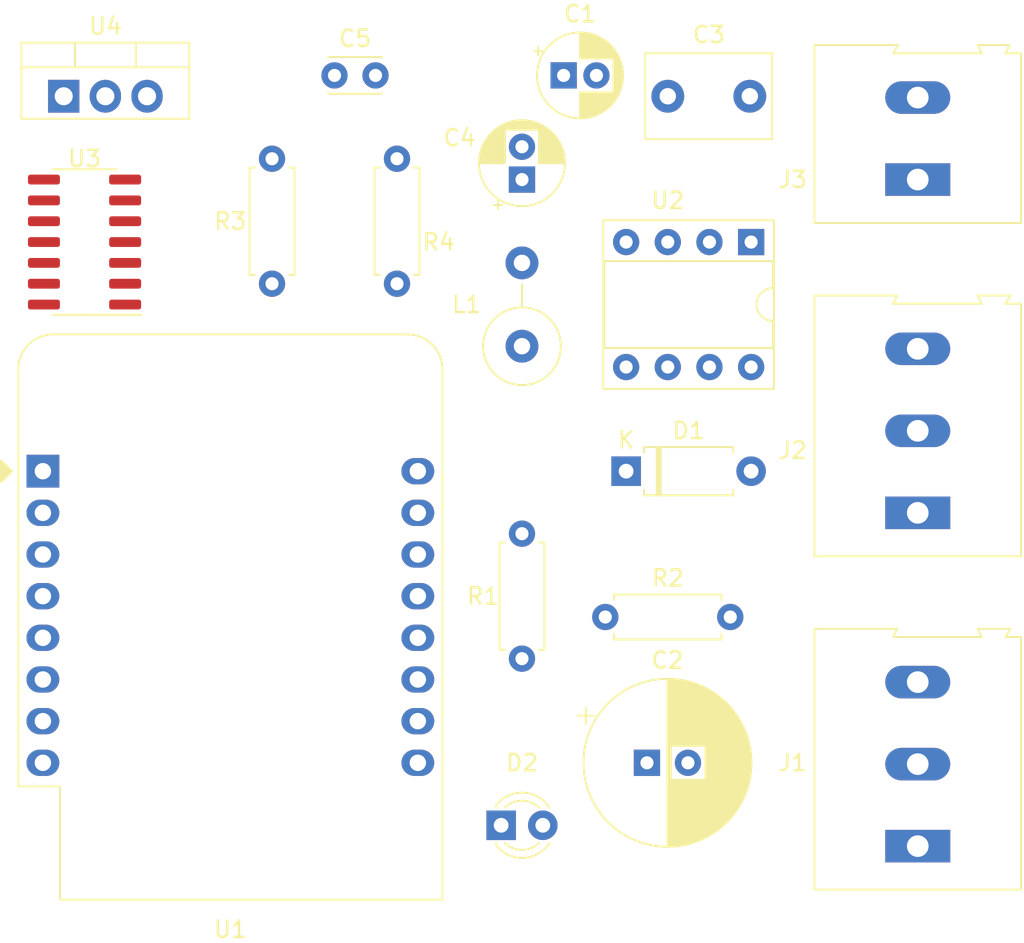
<source format=kicad_pcb>
(kicad_pcb (version 20171130) (host pcbnew "(5.1.10-1-10_14)")

  (general
    (thickness 1.6)
    (drawings 0)
    (tracks 0)
    (zones 0)
    (modules 19)
    (nets 35)
  )

  (page A4)
  (layers
    (0 F.Cu signal)
    (31 B.Cu signal)
    (32 B.Adhes user)
    (33 F.Adhes user)
    (34 B.Paste user)
    (35 F.Paste user)
    (36 B.SilkS user)
    (37 F.SilkS user)
    (38 B.Mask user)
    (39 F.Mask user)
    (40 Dwgs.User user)
    (41 Cmts.User user)
    (42 Eco1.User user)
    (43 Eco2.User user)
    (44 Edge.Cuts user)
    (45 Margin user)
    (46 B.CrtYd user)
    (47 F.CrtYd user)
    (48 B.Fab user hide)
    (49 F.Fab user hide)
  )

  (setup
    (last_trace_width 0.25)
    (trace_clearance 0.2)
    (zone_clearance 0.508)
    (zone_45_only no)
    (trace_min 0.2)
    (via_size 0.8)
    (via_drill 0.4)
    (via_min_size 0.4)
    (via_min_drill 0.3)
    (uvia_size 0.3)
    (uvia_drill 0.1)
    (uvias_allowed no)
    (uvia_min_size 0.2)
    (uvia_min_drill 0.1)
    (edge_width 0.05)
    (segment_width 0.2)
    (pcb_text_width 0.3)
    (pcb_text_size 1.5 1.5)
    (mod_edge_width 0.12)
    (mod_text_size 1 1)
    (mod_text_width 0.15)
    (pad_size 1.524 1.524)
    (pad_drill 0.762)
    (pad_to_mask_clearance 0)
    (aux_axis_origin 0 0)
    (visible_elements FFFFFF7F)
    (pcbplotparams
      (layerselection 0x010fc_ffffffff)
      (usegerberextensions false)
      (usegerberattributes true)
      (usegerberadvancedattributes true)
      (creategerberjobfile true)
      (excludeedgelayer true)
      (linewidth 0.100000)
      (plotframeref false)
      (viasonmask false)
      (mode 1)
      (useauxorigin false)
      (hpglpennumber 1)
      (hpglpenspeed 20)
      (hpglpendiameter 15.000000)
      (psnegative false)
      (psa4output false)
      (plotreference true)
      (plotvalue true)
      (plotinvisibletext false)
      (padsonsilk false)
      (subtractmaskfromsilk false)
      (outputformat 1)
      (mirror false)
      (drillshape 1)
      (scaleselection 1)
      (outputdirectory ""))
  )

  (net 0 "")
  (net 1 GND)
  (net 2 12VDC)
  (net 3 "Net-(C3-Pad2)")
  (net 4 "Net-(C3-Pad1)")
  (net 5 3V3DC)
  (net 6 "Net-(D2-Pad2)")
  (net 7 "Net-(J1-Pad3)")
  (net 8 "Net-(J2-Pad2)")
  (net 9 5VDC)
  (net 10 "Net-(R2-Pad2)")
  (net 11 "Net-(R3-Pad1)")
  (net 12 "Net-(U1-Pad16)")
  (net 13 "Net-(U1-Pad15)")
  (net 14 "Net-(U1-Pad14)")
  (net 15 "Net-(U1-Pad13)")
  (net 16 "Net-(U1-Pad12)")
  (net 17 "Net-(U1-Pad11)")
  (net 18 "Net-(U1-Pad9)")
  (net 19 "Net-(U1-Pad7)")
  (net 20 "Net-(U1-Pad6)")
  (net 21 "Net-(U1-Pad5)")
  (net 22 "Net-(U1-Pad4)")
  (net 23 "Net-(U1-Pad3)")
  (net 24 "Net-(U1-Pad1)")
  (net 25 "Net-(U1-Pad2)")
  (net 26 "Net-(U2-Pad3)")
  (net 27 "Net-(U2-Pad2)")
  (net 28 "Net-(U2-Pad5)")
  (net 29 "Net-(U3-Pad11)")
  (net 30 "Net-(U3-Pad10)")
  (net 31 "Net-(U3-Pad9)")
  (net 32 "Net-(U3-Pad6)")
  (net 33 "Net-(U3-Pad5)")
  (net 34 "Net-(U3-Pad4)")

  (net_class Default "This is the default net class."
    (clearance 0.2)
    (trace_width 0.25)
    (via_dia 0.8)
    (via_drill 0.4)
    (uvia_dia 0.3)
    (uvia_drill 0.1)
    (add_net 12VDC)
    (add_net 3V3DC)
    (add_net 5VDC)
    (add_net GND)
    (add_net "Net-(C3-Pad1)")
    (add_net "Net-(C3-Pad2)")
    (add_net "Net-(D2-Pad2)")
    (add_net "Net-(J1-Pad3)")
    (add_net "Net-(J2-Pad2)")
    (add_net "Net-(R2-Pad2)")
    (add_net "Net-(R3-Pad1)")
    (add_net "Net-(U1-Pad1)")
    (add_net "Net-(U1-Pad11)")
    (add_net "Net-(U1-Pad12)")
    (add_net "Net-(U1-Pad13)")
    (add_net "Net-(U1-Pad14)")
    (add_net "Net-(U1-Pad15)")
    (add_net "Net-(U1-Pad16)")
    (add_net "Net-(U1-Pad2)")
    (add_net "Net-(U1-Pad3)")
    (add_net "Net-(U1-Pad4)")
    (add_net "Net-(U1-Pad5)")
    (add_net "Net-(U1-Pad6)")
    (add_net "Net-(U1-Pad7)")
    (add_net "Net-(U1-Pad9)")
    (add_net "Net-(U2-Pad2)")
    (add_net "Net-(U2-Pad3)")
    (add_net "Net-(U2-Pad5)")
    (add_net "Net-(U3-Pad10)")
    (add_net "Net-(U3-Pad11)")
    (add_net "Net-(U3-Pad4)")
    (add_net "Net-(U3-Pad5)")
    (add_net "Net-(U3-Pad6)")
    (add_net "Net-(U3-Pad9)")
  )

  (module Capacitor_THT:C_Disc_D3.0mm_W2.0mm_P2.50mm (layer F.Cu) (tedit 5AE50EF0) (tstamp 6165FAF0)
    (at 234.95 130.81)
    (descr "C, Disc series, Radial, pin pitch=2.50mm, , diameter*width=3*2mm^2, Capacitor")
    (tags "C Disc series Radial pin pitch 2.50mm  diameter 3mm width 2mm Capacitor")
    (path /617A57C0)
    (fp_text reference C5 (at 1.25 -2.25) (layer F.SilkS)
      (effects (font (size 1 1) (thickness 0.15)))
    )
    (fp_text value 0.1uF (at 1.25 2.25) (layer F.Fab)
      (effects (font (size 1 1) (thickness 0.15)))
    )
    (fp_text user %R (at 1.25 0) (layer F.Fab)
      (effects (font (size 0.6 0.6) (thickness 0.09)))
    )
    (fp_line (start -0.25 -1) (end -0.25 1) (layer F.Fab) (width 0.1))
    (fp_line (start -0.25 1) (end 2.75 1) (layer F.Fab) (width 0.1))
    (fp_line (start 2.75 1) (end 2.75 -1) (layer F.Fab) (width 0.1))
    (fp_line (start 2.75 -1) (end -0.25 -1) (layer F.Fab) (width 0.1))
    (fp_line (start -0.37 -1.12) (end 2.87 -1.12) (layer F.SilkS) (width 0.12))
    (fp_line (start -0.37 1.12) (end 2.87 1.12) (layer F.SilkS) (width 0.12))
    (fp_line (start -0.37 -1.12) (end -0.37 -1.055) (layer F.SilkS) (width 0.12))
    (fp_line (start -0.37 1.055) (end -0.37 1.12) (layer F.SilkS) (width 0.12))
    (fp_line (start 2.87 -1.12) (end 2.87 -1.055) (layer F.SilkS) (width 0.12))
    (fp_line (start 2.87 1.055) (end 2.87 1.12) (layer F.SilkS) (width 0.12))
    (fp_line (start -1.05 -1.25) (end -1.05 1.25) (layer F.CrtYd) (width 0.05))
    (fp_line (start -1.05 1.25) (end 3.55 1.25) (layer F.CrtYd) (width 0.05))
    (fp_line (start 3.55 1.25) (end 3.55 -1.25) (layer F.CrtYd) (width 0.05))
    (fp_line (start 3.55 -1.25) (end -1.05 -1.25) (layer F.CrtYd) (width 0.05))
    (pad 2 thru_hole circle (at 2.5 0) (size 1.6 1.6) (drill 0.8) (layers *.Cu *.Mask)
      (net 1 GND))
    (pad 1 thru_hole circle (at 0 0) (size 1.6 1.6) (drill 0.8) (layers *.Cu *.Mask)
      (net 2 12VDC))
    (model ${KISYS3DMOD}/Capacitor_THT.3dshapes/C_Disc_D3.0mm_W2.0mm_P2.50mm.wrl
      (at (xyz 0 0 0))
      (scale (xyz 1 1 1))
      (rotate (xyz 0 0 0))
    )
  )

  (module Package_TO_SOT_THT:TO-220-3_Vertical (layer F.Cu) (tedit 5AC8BA0D) (tstamp 616609FF)
    (at 218.44 132.08)
    (descr "TO-220-3, Vertical, RM 2.54mm, see https://www.vishay.com/docs/66542/to-220-1.pdf")
    (tags "TO-220-3 Vertical RM 2.54mm")
    (path /616E6268)
    (fp_text reference U4 (at 2.54 -4.27) (layer F.SilkS)
      (effects (font (size 1 1) (thickness 0.15)))
    )
    (fp_text value LM317_TO-220 (at 2.54 2.5) (layer F.Fab)
      (effects (font (size 1 1) (thickness 0.15)))
    )
    (fp_line (start 7.79 -3.4) (end -2.71 -3.4) (layer F.CrtYd) (width 0.05))
    (fp_line (start 7.79 1.51) (end 7.79 -3.4) (layer F.CrtYd) (width 0.05))
    (fp_line (start -2.71 1.51) (end 7.79 1.51) (layer F.CrtYd) (width 0.05))
    (fp_line (start -2.71 -3.4) (end -2.71 1.51) (layer F.CrtYd) (width 0.05))
    (fp_line (start 4.391 -3.27) (end 4.391 -1.76) (layer F.SilkS) (width 0.12))
    (fp_line (start 0.69 -3.27) (end 0.69 -1.76) (layer F.SilkS) (width 0.12))
    (fp_line (start -2.58 -1.76) (end 7.66 -1.76) (layer F.SilkS) (width 0.12))
    (fp_line (start 7.66 -3.27) (end 7.66 1.371) (layer F.SilkS) (width 0.12))
    (fp_line (start -2.58 -3.27) (end -2.58 1.371) (layer F.SilkS) (width 0.12))
    (fp_line (start -2.58 1.371) (end 7.66 1.371) (layer F.SilkS) (width 0.12))
    (fp_line (start -2.58 -3.27) (end 7.66 -3.27) (layer F.SilkS) (width 0.12))
    (fp_line (start 4.39 -3.15) (end 4.39 -1.88) (layer F.Fab) (width 0.1))
    (fp_line (start 0.69 -3.15) (end 0.69 -1.88) (layer F.Fab) (width 0.1))
    (fp_line (start -2.46 -1.88) (end 7.54 -1.88) (layer F.Fab) (width 0.1))
    (fp_line (start 7.54 -3.15) (end -2.46 -3.15) (layer F.Fab) (width 0.1))
    (fp_line (start 7.54 1.25) (end 7.54 -3.15) (layer F.Fab) (width 0.1))
    (fp_line (start -2.46 1.25) (end 7.54 1.25) (layer F.Fab) (width 0.1))
    (fp_line (start -2.46 -3.15) (end -2.46 1.25) (layer F.Fab) (width 0.1))
    (fp_text user %R (at 2.54 -4.27) (layer F.Fab)
      (effects (font (size 1 1) (thickness 0.15)))
    )
    (pad 3 thru_hole oval (at 5.08 0) (size 1.905 2) (drill 1.1) (layers *.Cu *.Mask)
      (net 2 12VDC))
    (pad 2 thru_hole oval (at 2.54 0) (size 1.905 2) (drill 1.1) (layers *.Cu *.Mask)
      (net 9 5VDC))
    (pad 1 thru_hole rect (at 0 0) (size 1.905 2) (drill 1.1) (layers *.Cu *.Mask)
      (net 11 "Net-(R3-Pad1)"))
    (model ${KISYS3DMOD}/Package_TO_SOT_THT.3dshapes/TO-220-3_Vertical.wrl
      (at (xyz 0 0 0))
      (scale (xyz 1 1 1))
      (rotate (xyz 0 0 0))
    )
  )

  (module Package_SO:SOIC-14_3.9x8.7mm_P1.27mm (layer F.Cu) (tedit 5D9F72B1) (tstamp 61659915)
    (at 219.71 140.97 180)
    (descr "SOIC, 14 Pin (JEDEC MS-012AB, https://www.analog.com/media/en/package-pcb-resources/package/pkg_pdf/soic_narrow-r/r_14.pdf), generated with kicad-footprint-generator ipc_gullwing_generator.py")
    (tags "SOIC SO")
    (path /616DA527)
    (attr smd)
    (fp_text reference U3 (at 0 5.08) (layer F.SilkS)
      (effects (font (size 1 1) (thickness 0.15)))
    )
    (fp_text value TXB0104D (at 0 5.28) (layer F.Fab)
      (effects (font (size 1 1) (thickness 0.15)))
    )
    (fp_line (start 3.7 -4.58) (end -3.7 -4.58) (layer F.CrtYd) (width 0.05))
    (fp_line (start 3.7 4.58) (end 3.7 -4.58) (layer F.CrtYd) (width 0.05))
    (fp_line (start -3.7 4.58) (end 3.7 4.58) (layer F.CrtYd) (width 0.05))
    (fp_line (start -3.7 -4.58) (end -3.7 4.58) (layer F.CrtYd) (width 0.05))
    (fp_line (start -1.95 -3.35) (end -0.975 -4.325) (layer F.Fab) (width 0.1))
    (fp_line (start -1.95 4.325) (end -1.95 -3.35) (layer F.Fab) (width 0.1))
    (fp_line (start 1.95 4.325) (end -1.95 4.325) (layer F.Fab) (width 0.1))
    (fp_line (start 1.95 -4.325) (end 1.95 4.325) (layer F.Fab) (width 0.1))
    (fp_line (start -0.975 -4.325) (end 1.95 -4.325) (layer F.Fab) (width 0.1))
    (fp_line (start 0 -4.435) (end -3.45 -4.435) (layer F.SilkS) (width 0.12))
    (fp_line (start 0 -4.435) (end 1.95 -4.435) (layer F.SilkS) (width 0.12))
    (fp_line (start 0 4.435) (end -1.95 4.435) (layer F.SilkS) (width 0.12))
    (fp_line (start 0 4.435) (end 1.95 4.435) (layer F.SilkS) (width 0.12))
    (fp_text user %R (at 0 0) (layer F.Fab)
      (effects (font (size 0.98 0.98) (thickness 0.15)))
    )
    (pad 14 smd roundrect (at 2.475 -3.81 180) (size 1.95 0.6) (layers F.Cu F.Paste F.Mask) (roundrect_rratio 0.25)
      (net 9 5VDC))
    (pad 13 smd roundrect (at 2.475 -2.54 180) (size 1.95 0.6) (layers F.Cu F.Paste F.Mask) (roundrect_rratio 0.25)
      (net 10 "Net-(R2-Pad2)"))
    (pad 12 smd roundrect (at 2.475 -1.27 180) (size 1.95 0.6) (layers F.Cu F.Paste F.Mask) (roundrect_rratio 0.25)
      (net 8 "Net-(J2-Pad2)"))
    (pad 11 smd roundrect (at 2.475 0 180) (size 1.95 0.6) (layers F.Cu F.Paste F.Mask) (roundrect_rratio 0.25)
      (net 29 "Net-(U3-Pad11)"))
    (pad 10 smd roundrect (at 2.475 1.27 180) (size 1.95 0.6) (layers F.Cu F.Paste F.Mask) (roundrect_rratio 0.25)
      (net 30 "Net-(U3-Pad10)"))
    (pad 9 smd roundrect (at 2.475 2.54 180) (size 1.95 0.6) (layers F.Cu F.Paste F.Mask) (roundrect_rratio 0.25)
      (net 31 "Net-(U3-Pad9)"))
    (pad 8 smd roundrect (at 2.475 3.81 180) (size 1.95 0.6) (layers F.Cu F.Paste F.Mask) (roundrect_rratio 0.25)
      (net 5 3V3DC))
    (pad 7 smd roundrect (at -2.475 3.81 180) (size 1.95 0.6) (layers F.Cu F.Paste F.Mask) (roundrect_rratio 0.25)
      (net 1 GND))
    (pad 6 smd roundrect (at -2.475 2.54 180) (size 1.95 0.6) (layers F.Cu F.Paste F.Mask) (roundrect_rratio 0.25)
      (net 32 "Net-(U3-Pad6)"))
    (pad 5 smd roundrect (at -2.475 1.27 180) (size 1.95 0.6) (layers F.Cu F.Paste F.Mask) (roundrect_rratio 0.25)
      (net 33 "Net-(U3-Pad5)"))
    (pad 4 smd roundrect (at -2.475 0 180) (size 1.95 0.6) (layers F.Cu F.Paste F.Mask) (roundrect_rratio 0.25)
      (net 34 "Net-(U3-Pad4)"))
    (pad 3 smd roundrect (at -2.475 -1.27 180) (size 1.95 0.6) (layers F.Cu F.Paste F.Mask) (roundrect_rratio 0.25)
      (net 25 "Net-(U1-Pad2)"))
    (pad 2 smd roundrect (at -2.475 -2.54 180) (size 1.95 0.6) (layers F.Cu F.Paste F.Mask) (roundrect_rratio 0.25)
      (net 19 "Net-(U1-Pad7)"))
    (pad 1 smd roundrect (at -2.475 -3.81 180) (size 1.95 0.6) (layers F.Cu F.Paste F.Mask) (roundrect_rratio 0.25)
      (net 5 3V3DC))
    (model ${KISYS3DMOD}/Package_SO.3dshapes/SOIC-14_3.9x8.7mm_P1.27mm.wrl
      (at (xyz 0 0 0))
      (scale (xyz 1 1 1))
      (rotate (xyz 0 0 0))
    )
  )

  (module Package_DIP:DIP-8_W7.62mm_Socket (layer F.Cu) (tedit 5A02E8C5) (tstamp 616598F5)
    (at 260.35 140.97 270)
    (descr "8-lead though-hole mounted DIP package, row spacing 7.62 mm (300 mils), Socket")
    (tags "THT DIP DIL PDIP 2.54mm 7.62mm 300mil Socket")
    (path /60865A93)
    (fp_text reference U2 (at -2.54 5.08 180) (layer F.SilkS)
      (effects (font (size 1 1) (thickness 0.15)))
    )
    (fp_text value LM2674N-3.3/NOPB (at 3.81 9.95 90) (layer F.Fab)
      (effects (font (size 1 1) (thickness 0.15)))
    )
    (fp_line (start 9.15 -1.6) (end -1.55 -1.6) (layer F.CrtYd) (width 0.05))
    (fp_line (start 9.15 9.2) (end 9.15 -1.6) (layer F.CrtYd) (width 0.05))
    (fp_line (start -1.55 9.2) (end 9.15 9.2) (layer F.CrtYd) (width 0.05))
    (fp_line (start -1.55 -1.6) (end -1.55 9.2) (layer F.CrtYd) (width 0.05))
    (fp_line (start 8.95 -1.39) (end -1.33 -1.39) (layer F.SilkS) (width 0.12))
    (fp_line (start 8.95 9.01) (end 8.95 -1.39) (layer F.SilkS) (width 0.12))
    (fp_line (start -1.33 9.01) (end 8.95 9.01) (layer F.SilkS) (width 0.12))
    (fp_line (start -1.33 -1.39) (end -1.33 9.01) (layer F.SilkS) (width 0.12))
    (fp_line (start 6.46 -1.33) (end 4.81 -1.33) (layer F.SilkS) (width 0.12))
    (fp_line (start 6.46 8.95) (end 6.46 -1.33) (layer F.SilkS) (width 0.12))
    (fp_line (start 1.16 8.95) (end 6.46 8.95) (layer F.SilkS) (width 0.12))
    (fp_line (start 1.16 -1.33) (end 1.16 8.95) (layer F.SilkS) (width 0.12))
    (fp_line (start 2.81 -1.33) (end 1.16 -1.33) (layer F.SilkS) (width 0.12))
    (fp_line (start 8.89 -1.33) (end -1.27 -1.33) (layer F.Fab) (width 0.1))
    (fp_line (start 8.89 8.95) (end 8.89 -1.33) (layer F.Fab) (width 0.1))
    (fp_line (start -1.27 8.95) (end 8.89 8.95) (layer F.Fab) (width 0.1))
    (fp_line (start -1.27 -1.33) (end -1.27 8.95) (layer F.Fab) (width 0.1))
    (fp_line (start 0.635 -0.27) (end 1.635 -1.27) (layer F.Fab) (width 0.1))
    (fp_line (start 0.635 8.89) (end 0.635 -0.27) (layer F.Fab) (width 0.1))
    (fp_line (start 6.985 8.89) (end 0.635 8.89) (layer F.Fab) (width 0.1))
    (fp_line (start 6.985 -1.27) (end 6.985 8.89) (layer F.Fab) (width 0.1))
    (fp_line (start 1.635 -1.27) (end 6.985 -1.27) (layer F.Fab) (width 0.1))
    (fp_text user %R (at 3.81 3.81 90) (layer F.Fab)
      (effects (font (size 1 1) (thickness 0.15)))
    )
    (fp_arc (start 3.81 -1.33) (end 2.81 -1.33) (angle -180) (layer F.SilkS) (width 0.12))
    (pad 8 thru_hole oval (at 7.62 0 270) (size 1.6 1.6) (drill 0.8) (layers *.Cu *.Mask)
      (net 4 "Net-(C3-Pad1)"))
    (pad 4 thru_hole oval (at 0 7.62 270) (size 1.6 1.6) (drill 0.8) (layers *.Cu *.Mask)
      (net 5 3V3DC))
    (pad 7 thru_hole oval (at 7.62 2.54 270) (size 1.6 1.6) (drill 0.8) (layers *.Cu *.Mask)
      (net 2 12VDC))
    (pad 3 thru_hole oval (at 0 5.08 270) (size 1.6 1.6) (drill 0.8) (layers *.Cu *.Mask)
      (net 26 "Net-(U2-Pad3)"))
    (pad 6 thru_hole oval (at 7.62 5.08 270) (size 1.6 1.6) (drill 0.8) (layers *.Cu *.Mask)
      (net 1 GND))
    (pad 2 thru_hole oval (at 0 2.54 270) (size 1.6 1.6) (drill 0.8) (layers *.Cu *.Mask)
      (net 27 "Net-(U2-Pad2)"))
    (pad 5 thru_hole oval (at 7.62 7.62 270) (size 1.6 1.6) (drill 0.8) (layers *.Cu *.Mask)
      (net 28 "Net-(U2-Pad5)"))
    (pad 1 thru_hole rect (at 0 0 270) (size 1.6 1.6) (drill 0.8) (layers *.Cu *.Mask)
      (net 3 "Net-(C3-Pad2)"))
    (model ${KISYS3DMOD}/Package_DIP.3dshapes/DIP-8_W7.62mm_Socket.wrl
      (at (xyz 0 0 0))
      (scale (xyz 1 1 1))
      (rotate (xyz 0 0 0))
    )
  )

  (module Module:WEMOS_D1_mini_light (layer F.Cu) (tedit 5BBFB1CE) (tstamp 61660674)
    (at 217.17 154.94)
    (descr "16-pin module, column spacing 22.86 mm (900 mils), https://wiki.wemos.cc/products:d1:d1_mini, https://c1.staticflickr.com/1/734/31400410271_f278b087db_z.jpg")
    (tags "ESP8266 WiFi microcontroller")
    (path /6164A7A0)
    (fp_text reference U1 (at 11.43 27.94) (layer F.SilkS)
      (effects (font (size 1 1) (thickness 0.15)))
    )
    (fp_text value WeMos_D1_mini (at 11.7 0) (layer F.Fab)
      (effects (font (size 1 1) (thickness 0.15)))
    )
    (fp_line (start 1.04 19.22) (end 1.04 26.12) (layer F.SilkS) (width 0.12))
    (fp_line (start -1.5 19.22) (end 1.04 19.22) (layer F.SilkS) (width 0.12))
    (fp_line (start -0.37 0) (end -1.37 -1) (layer F.Fab) (width 0.1))
    (fp_line (start -1.37 1) (end -0.37 0) (layer F.Fab) (width 0.1))
    (fp_line (start -1.37 -6.21) (end -1.37 -1) (layer F.Fab) (width 0.1))
    (fp_line (start 1.17 19.09) (end 1.17 25.99) (layer F.Fab) (width 0.1))
    (fp_line (start -1.37 19.09) (end 1.17 19.09) (layer F.Fab) (width 0.1))
    (fp_line (start -1.35 -7.4) (end -0.55 -8.2) (layer Dwgs.User) (width 0.1))
    (fp_line (start -1.3 -5.45) (end 1.45 -8.2) (layer Dwgs.User) (width 0.1))
    (fp_line (start -1.35 -3.4) (end 3.45 -8.2) (layer Dwgs.User) (width 0.1))
    (fp_line (start 22.65 -1.4) (end 24.25 -3) (layer Dwgs.User) (width 0.1))
    (fp_line (start 20.65 -1.4) (end 24.25 -5) (layer Dwgs.User) (width 0.1))
    (fp_line (start 18.65 -1.4) (end 24.25 -7) (layer Dwgs.User) (width 0.1))
    (fp_line (start 16.65 -1.4) (end 23.45 -8.2) (layer Dwgs.User) (width 0.1))
    (fp_line (start 14.65 -1.4) (end 21.45 -8.2) (layer Dwgs.User) (width 0.1))
    (fp_line (start 12.65 -1.4) (end 19.45 -8.2) (layer Dwgs.User) (width 0.1))
    (fp_line (start 10.65 -1.4) (end 17.45 -8.2) (layer Dwgs.User) (width 0.1))
    (fp_line (start 8.65 -1.4) (end 15.45 -8.2) (layer Dwgs.User) (width 0.1))
    (fp_line (start 6.65 -1.4) (end 13.45 -8.2) (layer Dwgs.User) (width 0.1))
    (fp_line (start 4.65 -1.4) (end 11.45 -8.2) (layer Dwgs.User) (width 0.1))
    (fp_line (start 2.65 -1.4) (end 9.45 -8.2) (layer Dwgs.User) (width 0.1))
    (fp_line (start 0.65 -1.4) (end 7.45 -8.2) (layer Dwgs.User) (width 0.1))
    (fp_line (start -1.35 -1.4) (end 5.45 -8.2) (layer Dwgs.User) (width 0.1))
    (fp_line (start -1.35 -8.2) (end -1.35 -1.4) (layer Dwgs.User) (width 0.1))
    (fp_line (start 24.25 -8.2) (end -1.35 -8.2) (layer Dwgs.User) (width 0.1))
    (fp_line (start 24.25 -1.4) (end 24.25 -8.2) (layer Dwgs.User) (width 0.1))
    (fp_line (start -1.35 -1.4) (end 24.25 -1.4) (layer Dwgs.User) (width 0.1))
    (fp_poly (pts (xy -2.54 -0.635) (xy -2.54 0.635) (xy -1.905 0)) (layer F.SilkS) (width 0.15))
    (fp_line (start -1.62 26.24) (end -1.62 -8.46) (layer F.CrtYd) (width 0.05))
    (fp_line (start 24.48 26.24) (end -1.62 26.24) (layer F.CrtYd) (width 0.05))
    (fp_line (start 24.48 -8.41) (end 24.48 26.24) (layer F.CrtYd) (width 0.05))
    (fp_line (start -1.62 -8.46) (end 24.48 -8.46) (layer F.CrtYd) (width 0.05))
    (fp_line (start -1.37 1) (end -1.37 19.09) (layer F.Fab) (width 0.1))
    (fp_line (start 22.23 -8.21) (end 0.63 -8.21) (layer F.Fab) (width 0.1))
    (fp_line (start 24.23 25.99) (end 24.23 -6.21) (layer F.Fab) (width 0.1))
    (fp_line (start 1.17 25.99) (end 24.23 25.99) (layer F.Fab) (width 0.1))
    (fp_line (start 22.24 -8.34) (end 0.63 -8.34) (layer F.SilkS) (width 0.12))
    (fp_line (start 24.36 26.12) (end 24.36 -6.21) (layer F.SilkS) (width 0.12))
    (fp_line (start -1.5 19.22) (end -1.5 -6.21) (layer F.SilkS) (width 0.12))
    (fp_line (start 1.04 26.12) (end 24.36 26.12) (layer F.SilkS) (width 0.12))
    (fp_text user "No copper" (at 11.43 -3.81) (layer Cmts.User)
      (effects (font (size 1 1) (thickness 0.15)))
    )
    (fp_text user "KEEP OUT" (at 11.43 -6.35) (layer Cmts.User)
      (effects (font (size 1 1) (thickness 0.15)))
    )
    (fp_arc (start 22.23 -6.21) (end 24.36 -6.21) (angle -90) (layer F.SilkS) (width 0.12))
    (fp_arc (start 0.63 -6.21) (end 0.63 -8.34) (angle -90) (layer F.SilkS) (width 0.12))
    (fp_arc (start 22.23 -6.21) (end 24.23 -6.19) (angle -90) (layer F.Fab) (width 0.1))
    (fp_arc (start 0.63 -6.21) (end 0.63 -8.21) (angle -90) (layer F.Fab) (width 0.1))
    (fp_text user %R (at 11.43 10) (layer F.Fab)
      (effects (font (size 1 1) (thickness 0.15)))
    )
    (pad 16 thru_hole oval (at 22.86 0) (size 2 1.6) (drill 1) (layers *.Cu *.Mask)
      (net 12 "Net-(U1-Pad16)"))
    (pad 15 thru_hole oval (at 22.86 2.54) (size 2 1.6) (drill 1) (layers *.Cu *.Mask)
      (net 13 "Net-(U1-Pad15)"))
    (pad 14 thru_hole oval (at 22.86 5.08) (size 2 1.6) (drill 1) (layers *.Cu *.Mask)
      (net 14 "Net-(U1-Pad14)"))
    (pad 13 thru_hole oval (at 22.86 7.62) (size 2 1.6) (drill 1) (layers *.Cu *.Mask)
      (net 15 "Net-(U1-Pad13)"))
    (pad 12 thru_hole oval (at 22.86 10.16) (size 2 1.6) (drill 1) (layers *.Cu *.Mask)
      (net 16 "Net-(U1-Pad12)"))
    (pad 11 thru_hole oval (at 22.86 12.7) (size 2 1.6) (drill 1) (layers *.Cu *.Mask)
      (net 17 "Net-(U1-Pad11)"))
    (pad 10 thru_hole oval (at 22.86 15.24) (size 2 1.6) (drill 1) (layers *.Cu *.Mask)
      (net 1 GND))
    (pad 9 thru_hole oval (at 22.86 17.78) (size 2 1.6) (drill 1) (layers *.Cu *.Mask)
      (net 18 "Net-(U1-Pad9)"))
    (pad 8 thru_hole oval (at 0 17.78) (size 2 1.6) (drill 1) (layers *.Cu *.Mask)
      (net 5 3V3DC))
    (pad 7 thru_hole oval (at 0 15.24) (size 2 1.6) (drill 1) (layers *.Cu *.Mask)
      (net 19 "Net-(U1-Pad7)"))
    (pad 6 thru_hole oval (at 0 12.7) (size 2 1.6) (drill 1) (layers *.Cu *.Mask)
      (net 20 "Net-(U1-Pad6)"))
    (pad 5 thru_hole oval (at 0 10.16) (size 2 1.6) (drill 1) (layers *.Cu *.Mask)
      (net 21 "Net-(U1-Pad5)"))
    (pad 4 thru_hole oval (at 0 7.62) (size 2 1.6) (drill 1) (layers *.Cu *.Mask)
      (net 22 "Net-(U1-Pad4)"))
    (pad 3 thru_hole oval (at 0 5.08) (size 2 1.6) (drill 1) (layers *.Cu *.Mask)
      (net 23 "Net-(U1-Pad3)"))
    (pad 1 thru_hole rect (at 0 0) (size 2 2) (drill 1) (layers *.Cu *.Mask)
      (net 24 "Net-(U1-Pad1)"))
    (pad 2 thru_hole oval (at 0 2.54) (size 2 1.6) (drill 1) (layers *.Cu *.Mask)
      (net 25 "Net-(U1-Pad2)"))
    (model ${KISYS3DMOD}/Module.3dshapes/WEMOS_D1_mini_light.wrl
      (at (xyz 0 0 0))
      (scale (xyz 1 1 1))
      (rotate (xyz 0 0 0))
    )
    (model ${KISYS3DMOD}/Connector_PinHeader_2.54mm.3dshapes/PinHeader_1x08_P2.54mm_Vertical.wrl
      (offset (xyz 0 0 9.5))
      (scale (xyz 1 1 1))
      (rotate (xyz 0 -180 0))
    )
    (model ${KISYS3DMOD}/Connector_PinHeader_2.54mm.3dshapes/PinHeader_1x08_P2.54mm_Vertical.wrl
      (offset (xyz 22.86 0 9.5))
      (scale (xyz 1 1 1))
      (rotate (xyz 0 -180 0))
    )
    (model ${KISYS3DMOD}/Connector_PinSocket_2.54mm.3dshapes/PinSocket_1x08_P2.54mm_Vertical.wrl
      (at (xyz 0 0 0))
      (scale (xyz 1 1 1))
      (rotate (xyz 0 0 0))
    )
    (model ${KISYS3DMOD}/Connector_PinSocket_2.54mm.3dshapes/PinSocket_1x08_P2.54mm_Vertical.wrl
      (offset (xyz 22.86 0 0))
      (scale (xyz 1 1 1))
      (rotate (xyz 0 0 0))
    )
  )

  (module Resistor_THT:R_Axial_DIN0207_L6.3mm_D2.5mm_P7.62mm_Horizontal (layer F.Cu) (tedit 5AE5139B) (tstamp 6165988E)
    (at 238.76 135.89 270)
    (descr "Resistor, Axial_DIN0207 series, Axial, Horizontal, pin pitch=7.62mm, 0.25W = 1/4W, length*diameter=6.3*2.5mm^2, http://cdn-reichelt.de/documents/datenblatt/B400/1_4W%23YAG.pdf")
    (tags "Resistor Axial_DIN0207 series Axial Horizontal pin pitch 7.62mm 0.25W = 1/4W length 6.3mm diameter 2.5mm")
    (path /616E75C2)
    (fp_text reference R4 (at 5.08 -2.54) (layer F.SilkS)
      (effects (font (size 1 1) (thickness 0.15)))
    )
    (fp_text value 330 (at 3.81 2.37 90) (layer F.Fab)
      (effects (font (size 1 1) (thickness 0.15)))
    )
    (fp_line (start 8.67 -1.5) (end -1.05 -1.5) (layer F.CrtYd) (width 0.05))
    (fp_line (start 8.67 1.5) (end 8.67 -1.5) (layer F.CrtYd) (width 0.05))
    (fp_line (start -1.05 1.5) (end 8.67 1.5) (layer F.CrtYd) (width 0.05))
    (fp_line (start -1.05 -1.5) (end -1.05 1.5) (layer F.CrtYd) (width 0.05))
    (fp_line (start 7.08 1.37) (end 7.08 1.04) (layer F.SilkS) (width 0.12))
    (fp_line (start 0.54 1.37) (end 7.08 1.37) (layer F.SilkS) (width 0.12))
    (fp_line (start 0.54 1.04) (end 0.54 1.37) (layer F.SilkS) (width 0.12))
    (fp_line (start 7.08 -1.37) (end 7.08 -1.04) (layer F.SilkS) (width 0.12))
    (fp_line (start 0.54 -1.37) (end 7.08 -1.37) (layer F.SilkS) (width 0.12))
    (fp_line (start 0.54 -1.04) (end 0.54 -1.37) (layer F.SilkS) (width 0.12))
    (fp_line (start 7.62 0) (end 6.96 0) (layer F.Fab) (width 0.1))
    (fp_line (start 0 0) (end 0.66 0) (layer F.Fab) (width 0.1))
    (fp_line (start 6.96 -1.25) (end 0.66 -1.25) (layer F.Fab) (width 0.1))
    (fp_line (start 6.96 1.25) (end 6.96 -1.25) (layer F.Fab) (width 0.1))
    (fp_line (start 0.66 1.25) (end 6.96 1.25) (layer F.Fab) (width 0.1))
    (fp_line (start 0.66 -1.25) (end 0.66 1.25) (layer F.Fab) (width 0.1))
    (fp_text user %R (at 3.81 0 90) (layer F.Fab)
      (effects (font (size 1 1) (thickness 0.15)))
    )
    (pad 2 thru_hole oval (at 7.62 0 270) (size 1.6 1.6) (drill 0.8) (layers *.Cu *.Mask)
      (net 9 5VDC))
    (pad 1 thru_hole circle (at 0 0 270) (size 1.6 1.6) (drill 0.8) (layers *.Cu *.Mask)
      (net 1 GND))
    (model ${KISYS3DMOD}/Resistor_THT.3dshapes/R_Axial_DIN0207_L6.3mm_D2.5mm_P7.62mm_Horizontal.wrl
      (at (xyz 0 0 0))
      (scale (xyz 1 1 1))
      (rotate (xyz 0 0 0))
    )
  )

  (module Resistor_THT:R_Axial_DIN0207_L6.3mm_D2.5mm_P7.62mm_Horizontal (layer F.Cu) (tedit 5AE5139B) (tstamp 6165B7D2)
    (at 231.14 143.51 90)
    (descr "Resistor, Axial_DIN0207 series, Axial, Horizontal, pin pitch=7.62mm, 0.25W = 1/4W, length*diameter=6.3*2.5mm^2, http://cdn-reichelt.de/documents/datenblatt/B400/1_4W%23YAG.pdf")
    (tags "Resistor Axial_DIN0207 series Axial Horizontal pin pitch 7.62mm 0.25W = 1/4W length 6.3mm diameter 2.5mm")
    (path /616EACA8)
    (fp_text reference R3 (at 3.81 -2.54 180) (layer F.SilkS)
      (effects (font (size 1 1) (thickness 0.15)))
    )
    (fp_text value 1000 (at 3.81 2.37 90) (layer F.Fab)
      (effects (font (size 1 1) (thickness 0.15)))
    )
    (fp_line (start 8.67 -1.5) (end -1.05 -1.5) (layer F.CrtYd) (width 0.05))
    (fp_line (start 8.67 1.5) (end 8.67 -1.5) (layer F.CrtYd) (width 0.05))
    (fp_line (start -1.05 1.5) (end 8.67 1.5) (layer F.CrtYd) (width 0.05))
    (fp_line (start -1.05 -1.5) (end -1.05 1.5) (layer F.CrtYd) (width 0.05))
    (fp_line (start 7.08 1.37) (end 7.08 1.04) (layer F.SilkS) (width 0.12))
    (fp_line (start 0.54 1.37) (end 7.08 1.37) (layer F.SilkS) (width 0.12))
    (fp_line (start 0.54 1.04) (end 0.54 1.37) (layer F.SilkS) (width 0.12))
    (fp_line (start 7.08 -1.37) (end 7.08 -1.04) (layer F.SilkS) (width 0.12))
    (fp_line (start 0.54 -1.37) (end 7.08 -1.37) (layer F.SilkS) (width 0.12))
    (fp_line (start 0.54 -1.04) (end 0.54 -1.37) (layer F.SilkS) (width 0.12))
    (fp_line (start 7.62 0) (end 6.96 0) (layer F.Fab) (width 0.1))
    (fp_line (start 0 0) (end 0.66 0) (layer F.Fab) (width 0.1))
    (fp_line (start 6.96 -1.25) (end 0.66 -1.25) (layer F.Fab) (width 0.1))
    (fp_line (start 6.96 1.25) (end 6.96 -1.25) (layer F.Fab) (width 0.1))
    (fp_line (start 0.66 1.25) (end 6.96 1.25) (layer F.Fab) (width 0.1))
    (fp_line (start 0.66 -1.25) (end 0.66 1.25) (layer F.Fab) (width 0.1))
    (fp_text user %R (at 3.81 0 90) (layer F.Fab)
      (effects (font (size 1 1) (thickness 0.15)))
    )
    (pad 2 thru_hole oval (at 7.62 0 90) (size 1.6 1.6) (drill 0.8) (layers *.Cu *.Mask)
      (net 1 GND))
    (pad 1 thru_hole circle (at 0 0 90) (size 1.6 1.6) (drill 0.8) (layers *.Cu *.Mask)
      (net 11 "Net-(R3-Pad1)"))
    (model ${KISYS3DMOD}/Resistor_THT.3dshapes/R_Axial_DIN0207_L6.3mm_D2.5mm_P7.62mm_Horizontal.wrl
      (at (xyz 0 0 0))
      (scale (xyz 1 1 1))
      (rotate (xyz 0 0 0))
    )
  )

  (module Resistor_THT:R_Axial_DIN0207_L6.3mm_D2.5mm_P7.62mm_Horizontal (layer F.Cu) (tedit 5AE5139B) (tstamp 6165D9CF)
    (at 251.46 163.83)
    (descr "Resistor, Axial_DIN0207 series, Axial, Horizontal, pin pitch=7.62mm, 0.25W = 1/4W, length*diameter=6.3*2.5mm^2, http://cdn-reichelt.de/documents/datenblatt/B400/1_4W%23YAG.pdf")
    (tags "Resistor Axial_DIN0207 series Axial Horizontal pin pitch 7.62mm 0.25W = 1/4W length 6.3mm diameter 2.5mm")
    (path /616F4375)
    (fp_text reference R2 (at 3.81 -2.37) (layer F.SilkS)
      (effects (font (size 1 1) (thickness 0.15)))
    )
    (fp_text value 390 (at 3.81 2.37) (layer F.Fab)
      (effects (font (size 1 1) (thickness 0.15)))
    )
    (fp_line (start 8.67 -1.5) (end -1.05 -1.5) (layer F.CrtYd) (width 0.05))
    (fp_line (start 8.67 1.5) (end 8.67 -1.5) (layer F.CrtYd) (width 0.05))
    (fp_line (start -1.05 1.5) (end 8.67 1.5) (layer F.CrtYd) (width 0.05))
    (fp_line (start -1.05 -1.5) (end -1.05 1.5) (layer F.CrtYd) (width 0.05))
    (fp_line (start 7.08 1.37) (end 7.08 1.04) (layer F.SilkS) (width 0.12))
    (fp_line (start 0.54 1.37) (end 7.08 1.37) (layer F.SilkS) (width 0.12))
    (fp_line (start 0.54 1.04) (end 0.54 1.37) (layer F.SilkS) (width 0.12))
    (fp_line (start 7.08 -1.37) (end 7.08 -1.04) (layer F.SilkS) (width 0.12))
    (fp_line (start 0.54 -1.37) (end 7.08 -1.37) (layer F.SilkS) (width 0.12))
    (fp_line (start 0.54 -1.04) (end 0.54 -1.37) (layer F.SilkS) (width 0.12))
    (fp_line (start 7.62 0) (end 6.96 0) (layer F.Fab) (width 0.1))
    (fp_line (start 0 0) (end 0.66 0) (layer F.Fab) (width 0.1))
    (fp_line (start 6.96 -1.25) (end 0.66 -1.25) (layer F.Fab) (width 0.1))
    (fp_line (start 6.96 1.25) (end 6.96 -1.25) (layer F.Fab) (width 0.1))
    (fp_line (start 0.66 1.25) (end 6.96 1.25) (layer F.Fab) (width 0.1))
    (fp_line (start 0.66 -1.25) (end 0.66 1.25) (layer F.Fab) (width 0.1))
    (fp_text user %R (at 3.81 0) (layer F.Fab)
      (effects (font (size 1 1) (thickness 0.15)))
    )
    (pad 2 thru_hole oval (at 7.62 0) (size 1.6 1.6) (drill 0.8) (layers *.Cu *.Mask)
      (net 10 "Net-(R2-Pad2)"))
    (pad 1 thru_hole circle (at 0 0) (size 1.6 1.6) (drill 0.8) (layers *.Cu *.Mask)
      (net 7 "Net-(J1-Pad3)"))
    (model ${KISYS3DMOD}/Resistor_THT.3dshapes/R_Axial_DIN0207_L6.3mm_D2.5mm_P7.62mm_Horizontal.wrl
      (at (xyz 0 0 0))
      (scale (xyz 1 1 1))
      (rotate (xyz 0 0 0))
    )
  )

  (module Resistor_THT:R_Axial_DIN0207_L6.3mm_D2.5mm_P7.62mm_Horizontal (layer F.Cu) (tedit 5AE5139B) (tstamp 61661E0B)
    (at 246.38 166.37 90)
    (descr "Resistor, Axial_DIN0207 series, Axial, Horizontal, pin pitch=7.62mm, 0.25W = 1/4W, length*diameter=6.3*2.5mm^2, http://cdn-reichelt.de/documents/datenblatt/B400/1_4W%23YAG.pdf")
    (tags "Resistor Axial_DIN0207 series Axial Horizontal pin pitch 7.62mm 0.25W = 1/4W length 6.3mm diameter 2.5mm")
    (path /616500EA)
    (fp_text reference R1 (at 3.81 -2.37 180) (layer F.SilkS)
      (effects (font (size 1 1) (thickness 0.15)))
    )
    (fp_text value 390 (at 3.81 2.37 90) (layer F.Fab)
      (effects (font (size 1 1) (thickness 0.15)))
    )
    (fp_line (start 8.67 -1.5) (end -1.05 -1.5) (layer F.CrtYd) (width 0.05))
    (fp_line (start 8.67 1.5) (end 8.67 -1.5) (layer F.CrtYd) (width 0.05))
    (fp_line (start -1.05 1.5) (end 8.67 1.5) (layer F.CrtYd) (width 0.05))
    (fp_line (start -1.05 -1.5) (end -1.05 1.5) (layer F.CrtYd) (width 0.05))
    (fp_line (start 7.08 1.37) (end 7.08 1.04) (layer F.SilkS) (width 0.12))
    (fp_line (start 0.54 1.37) (end 7.08 1.37) (layer F.SilkS) (width 0.12))
    (fp_line (start 0.54 1.04) (end 0.54 1.37) (layer F.SilkS) (width 0.12))
    (fp_line (start 7.08 -1.37) (end 7.08 -1.04) (layer F.SilkS) (width 0.12))
    (fp_line (start 0.54 -1.37) (end 7.08 -1.37) (layer F.SilkS) (width 0.12))
    (fp_line (start 0.54 -1.04) (end 0.54 -1.37) (layer F.SilkS) (width 0.12))
    (fp_line (start 7.62 0) (end 6.96 0) (layer F.Fab) (width 0.1))
    (fp_line (start 0 0) (end 0.66 0) (layer F.Fab) (width 0.1))
    (fp_line (start 6.96 -1.25) (end 0.66 -1.25) (layer F.Fab) (width 0.1))
    (fp_line (start 6.96 1.25) (end 6.96 -1.25) (layer F.Fab) (width 0.1))
    (fp_line (start 0.66 1.25) (end 6.96 1.25) (layer F.Fab) (width 0.1))
    (fp_line (start 0.66 -1.25) (end 0.66 1.25) (layer F.Fab) (width 0.1))
    (fp_text user %R (at 3.81 0 90) (layer F.Fab)
      (effects (font (size 1 1) (thickness 0.15)))
    )
    (pad 2 thru_hole oval (at 7.62 0 90) (size 1.6 1.6) (drill 0.8) (layers *.Cu *.Mask)
      (net 2 12VDC))
    (pad 1 thru_hole circle (at 0 0 90) (size 1.6 1.6) (drill 0.8) (layers *.Cu *.Mask)
      (net 6 "Net-(D2-Pad2)"))
    (model ${KISYS3DMOD}/Resistor_THT.3dshapes/R_Axial_DIN0207_L6.3mm_D2.5mm_P7.62mm_Horizontal.wrl
      (at (xyz 0 0 0))
      (scale (xyz 1 1 1))
      (rotate (xyz 0 0 0))
    )
  )

  (module Inductor_THT:L_Axial_L14.0mm_D4.5mm_P5.08mm_Vertical_Fastron_LACC (layer F.Cu) (tedit 5AE59B05) (tstamp 61659832)
    (at 246.38 147.32 90)
    (descr "Inductor, Axial series, Axial, Vertical, pin pitch=5.08mm, , length*diameter=14*4.5mm^2, Fastron, LACC, http://www.fastrongroup.com/image-show/20/LACC.pdf?type=Complete-DataSheet&productType=series")
    (tags "Inductor Axial series Axial Vertical pin pitch 5.08mm  length 14mm diameter 4.5mm Fastron LACC")
    (path /60877FA2)
    (fp_text reference L1 (at 2.54 -3.37) (layer F.SilkS)
      (effects (font (size 1 1) (thickness 0.15)))
    )
    (fp_text value "68uH B78148E" (at 2.54 3.37 90) (layer F.Fab)
      (effects (font (size 1 1) (thickness 0.15)))
    )
    (fp_line (start 6.33 -2.5) (end -2.5 -2.5) (layer F.CrtYd) (width 0.05))
    (fp_line (start 6.33 2.5) (end 6.33 -2.5) (layer F.CrtYd) (width 0.05))
    (fp_line (start -2.5 2.5) (end 6.33 2.5) (layer F.CrtYd) (width 0.05))
    (fp_line (start -2.5 -2.5) (end -2.5 2.5) (layer F.CrtYd) (width 0.05))
    (fp_line (start 2.37 0) (end 3.78 0) (layer F.SilkS) (width 0.12))
    (fp_line (start 0 0) (end 5.08 0) (layer F.Fab) (width 0.1))
    (fp_circle (center 0 0) (end 2.37 0) (layer F.SilkS) (width 0.12))
    (fp_circle (center 0 0) (end 2.25 0) (layer F.Fab) (width 0.1))
    (fp_text user %R (at 2.54 -3.37 90) (layer F.Fab)
      (effects (font (size 1 1) (thickness 0.15)))
    )
    (pad 2 thru_hole oval (at 5.08 0 90) (size 2 2) (drill 1) (layers *.Cu *.Mask)
      (net 5 3V3DC))
    (pad 1 thru_hole circle (at 0 0 90) (size 2 2) (drill 1) (layers *.Cu *.Mask)
      (net 4 "Net-(C3-Pad1)"))
    (model ${KISYS3DMOD}/Inductor_THT.3dshapes/L_Axial_L14.0mm_D4.5mm_P5.08mm_Vertical_Fastron_LACC.wrl
      (at (xyz 0 0 0))
      (scale (xyz 1 1 1))
      (rotate (xyz 0 0 0))
    )
  )

  (module TerminalBlock:TerminalBlock_Altech_AK300-2_P5.00mm (layer F.Cu) (tedit 59FF0306) (tstamp 61659823)
    (at 270.51 137.16 90)
    (descr "Altech AK300 terminal block, pitch 5.0mm, 45 degree angled, see http://www.mouser.com/ds/2/16/PCBMETRC-24178.pdf")
    (tags "Altech AK300 terminal block pitch 5.0mm")
    (path /6050E38F)
    (fp_text reference J3 (at 0 -7.62 180) (layer F.SilkS)
      (effects (font (size 1 1) (thickness 0.15)))
    )
    (fp_text value "Terminal PWR" (at 2.78 7.75 90) (layer F.Fab)
      (effects (font (size 1 1) (thickness 0.15)))
    )
    (fp_line (start 8.36 6.47) (end -2.83 6.47) (layer F.CrtYd) (width 0.05))
    (fp_line (start 8.36 6.47) (end 8.36 -6.47) (layer F.CrtYd) (width 0.05))
    (fp_line (start -2.83 -6.47) (end -2.83 6.47) (layer F.CrtYd) (width 0.05))
    (fp_line (start -2.83 -6.47) (end 8.36 -6.47) (layer F.CrtYd) (width 0.05))
    (fp_line (start 3.36 -0.25) (end 6.67 -0.25) (layer F.Fab) (width 0.1))
    (fp_line (start 2.98 -0.25) (end 3.36 -0.25) (layer F.Fab) (width 0.1))
    (fp_line (start 7.05 -0.25) (end 6.67 -0.25) (layer F.Fab) (width 0.1))
    (fp_line (start 6.67 -0.64) (end 3.36 -0.64) (layer F.Fab) (width 0.1))
    (fp_line (start 7.61 -0.64) (end 6.67 -0.64) (layer F.Fab) (width 0.1))
    (fp_line (start 1.66 -0.64) (end 3.36 -0.64) (layer F.Fab) (width 0.1))
    (fp_line (start -1.64 -0.64) (end 1.66 -0.64) (layer F.Fab) (width 0.1))
    (fp_line (start -2.58 -0.64) (end -1.64 -0.64) (layer F.Fab) (width 0.1))
    (fp_line (start 1.66 -0.25) (end -1.64 -0.25) (layer F.Fab) (width 0.1))
    (fp_line (start 2.04 -0.25) (end 1.66 -0.25) (layer F.Fab) (width 0.1))
    (fp_line (start -2.02 -0.25) (end -1.64 -0.25) (layer F.Fab) (width 0.1))
    (fp_line (start -1.49 -4.32) (end 1.56 -4.95) (layer F.Fab) (width 0.1))
    (fp_line (start -1.62 -4.45) (end 1.44 -5.08) (layer F.Fab) (width 0.1))
    (fp_line (start 3.52 -4.32) (end 6.56 -4.95) (layer F.Fab) (width 0.1))
    (fp_line (start 3.39 -4.45) (end 6.44 -5.08) (layer F.Fab) (width 0.1))
    (fp_line (start 2.04 -5.97) (end -2.02 -5.97) (layer F.Fab) (width 0.1))
    (fp_line (start -2.02 -3.43) (end -2.02 -5.97) (layer F.Fab) (width 0.1))
    (fp_line (start 2.04 -3.43) (end -2.02 -3.43) (layer F.Fab) (width 0.1))
    (fp_line (start 2.04 -3.43) (end 2.04 -5.97) (layer F.Fab) (width 0.1))
    (fp_line (start 7.05 -3.43) (end 2.98 -3.43) (layer F.Fab) (width 0.1))
    (fp_line (start 7.05 -5.97) (end 7.05 -3.43) (layer F.Fab) (width 0.1))
    (fp_line (start 2.98 -5.97) (end 7.05 -5.97) (layer F.Fab) (width 0.1))
    (fp_line (start 2.98 -3.43) (end 2.98 -5.97) (layer F.Fab) (width 0.1))
    (fp_line (start 7.61 -3.17) (end 7.61 -1.65) (layer F.Fab) (width 0.1))
    (fp_line (start -2.58 -3.17) (end -2.58 -6.22) (layer F.Fab) (width 0.1))
    (fp_line (start -2.58 -3.17) (end 7.61 -3.17) (layer F.Fab) (width 0.1))
    (fp_line (start 7.61 -0.64) (end 7.61 4.06) (layer F.Fab) (width 0.1))
    (fp_line (start 7.61 -1.65) (end 7.61 -0.64) (layer F.Fab) (width 0.1))
    (fp_line (start -2.58 -0.64) (end -2.58 -3.17) (layer F.Fab) (width 0.1))
    (fp_line (start -2.58 6.22) (end -2.58 -0.64) (layer F.Fab) (width 0.1))
    (fp_line (start 6.67 0.51) (end 6.28 0.51) (layer F.Fab) (width 0.1))
    (fp_line (start 3.36 0.51) (end 3.74 0.51) (layer F.Fab) (width 0.1))
    (fp_line (start 1.66 0.51) (end 1.28 0.51) (layer F.Fab) (width 0.1))
    (fp_line (start -1.64 0.51) (end -1.26 0.51) (layer F.Fab) (width 0.1))
    (fp_line (start -1.64 3.68) (end -1.64 0.51) (layer F.Fab) (width 0.1))
    (fp_line (start 1.66 3.68) (end -1.64 3.68) (layer F.Fab) (width 0.1))
    (fp_line (start 1.66 3.68) (end 1.66 0.51) (layer F.Fab) (width 0.1))
    (fp_line (start 3.36 3.68) (end 3.36 0.51) (layer F.Fab) (width 0.1))
    (fp_line (start 6.67 3.68) (end 3.36 3.68) (layer F.Fab) (width 0.1))
    (fp_line (start 6.67 3.68) (end 6.67 0.51) (layer F.Fab) (width 0.1))
    (fp_line (start -2.02 4.32) (end -2.02 6.22) (layer F.Fab) (width 0.1))
    (fp_line (start 2.04 4.32) (end 2.04 -0.25) (layer F.Fab) (width 0.1))
    (fp_line (start 2.04 4.32) (end -2.02 4.32) (layer F.Fab) (width 0.1))
    (fp_line (start 7.05 4.32) (end 7.05 6.22) (layer F.Fab) (width 0.1))
    (fp_line (start 2.98 4.32) (end 2.98 -0.25) (layer F.Fab) (width 0.1))
    (fp_line (start 2.98 4.32) (end 7.05 4.32) (layer F.Fab) (width 0.1))
    (fp_line (start -2.02 6.22) (end 2.04 6.22) (layer F.Fab) (width 0.1))
    (fp_line (start -2.58 6.22) (end -2.02 6.22) (layer F.Fab) (width 0.1))
    (fp_line (start -2.02 -0.25) (end -2.02 4.32) (layer F.Fab) (width 0.1))
    (fp_line (start 2.04 6.22) (end 2.98 6.22) (layer F.Fab) (width 0.1))
    (fp_line (start 2.04 6.22) (end 2.04 4.32) (layer F.Fab) (width 0.1))
    (fp_line (start 7.05 6.22) (end 7.61 6.22) (layer F.Fab) (width 0.1))
    (fp_line (start 2.98 6.22) (end 7.05 6.22) (layer F.Fab) (width 0.1))
    (fp_line (start 7.05 -0.25) (end 7.05 4.32) (layer F.Fab) (width 0.1))
    (fp_line (start 2.98 6.22) (end 2.98 4.32) (layer F.Fab) (width 0.1))
    (fp_line (start 8.11 3.81) (end 8.11 5.46) (layer F.Fab) (width 0.1))
    (fp_line (start 7.61 4.06) (end 7.61 5.21) (layer F.Fab) (width 0.1))
    (fp_line (start 8.11 3.81) (end 7.61 4.06) (layer F.Fab) (width 0.1))
    (fp_line (start 7.61 5.21) (end 7.61 6.22) (layer F.Fab) (width 0.1))
    (fp_line (start 8.11 5.46) (end 7.61 5.21) (layer F.Fab) (width 0.1))
    (fp_line (start 8.11 -1.4) (end 7.61 -1.65) (layer F.Fab) (width 0.1))
    (fp_line (start 8.11 -6.22) (end 8.11 -1.4) (layer F.Fab) (width 0.1))
    (fp_line (start 7.61 -6.22) (end 8.11 -6.22) (layer F.Fab) (width 0.1))
    (fp_line (start 7.61 -6.22) (end -2.58 -6.22) (layer F.Fab) (width 0.1))
    (fp_line (start 7.61 -6.22) (end 7.61 -3.17) (layer F.Fab) (width 0.1))
    (fp_line (start 3.74 2.54) (end 3.74 -0.25) (layer F.Fab) (width 0.1))
    (fp_line (start 3.74 -0.25) (end 6.28 -0.25) (layer F.Fab) (width 0.1))
    (fp_line (start 6.28 2.54) (end 6.28 -0.25) (layer F.Fab) (width 0.1))
    (fp_line (start 3.74 2.54) (end 6.28 2.54) (layer F.Fab) (width 0.1))
    (fp_line (start -1.26 2.54) (end -1.26 -0.25) (layer F.Fab) (width 0.1))
    (fp_line (start -1.26 -0.25) (end 1.28 -0.25) (layer F.Fab) (width 0.1))
    (fp_line (start 1.28 2.54) (end 1.28 -0.25) (layer F.Fab) (width 0.1))
    (fp_line (start -1.26 2.54) (end 1.28 2.54) (layer F.Fab) (width 0.1))
    (fp_line (start 8.2 -6.3) (end -2.65 -6.3) (layer F.SilkS) (width 0.12))
    (fp_line (start 8.2 -1.2) (end 8.2 -6.3) (layer F.SilkS) (width 0.12))
    (fp_line (start 7.7 -1.5) (end 8.2 -1.2) (layer F.SilkS) (width 0.12))
    (fp_line (start 7.7 3.9) (end 7.7 -1.5) (layer F.SilkS) (width 0.12))
    (fp_line (start 8.2 3.65) (end 7.7 3.9) (layer F.SilkS) (width 0.12))
    (fp_line (start 8.2 3.7) (end 8.2 3.65) (layer F.SilkS) (width 0.12))
    (fp_line (start 8.2 5.6) (end 8.2 3.7) (layer F.SilkS) (width 0.12))
    (fp_line (start 7.7 5.35) (end 8.2 5.6) (layer F.SilkS) (width 0.12))
    (fp_line (start 7.7 6.3) (end 7.7 5.35) (layer F.SilkS) (width 0.12))
    (fp_line (start -2.65 6.3) (end 7.7 6.3) (layer F.SilkS) (width 0.12))
    (fp_line (start -2.65 -6.3) (end -2.65 6.3) (layer F.SilkS) (width 0.12))
    (fp_arc (start -1.13 -4.65) (end -1.42 -4.13) (angle 104.2) (layer F.Fab) (width 0.1))
    (fp_arc (start -0.01 -3.71) (end -1.62 -5) (angle 100) (layer F.Fab) (width 0.1))
    (fp_arc (start 0.06 -6.07) (end 1.53 -4.12) (angle 75.5) (layer F.Fab) (width 0.1))
    (fp_arc (start 1.03 -4.59) (end 1.53 -5.05) (angle 90.5) (layer F.Fab) (width 0.1))
    (fp_arc (start 3.87 -4.65) (end 3.58 -4.13) (angle 104.2) (layer F.Fab) (width 0.1))
    (fp_arc (start 4.99 -3.71) (end 3.39 -5) (angle 100) (layer F.Fab) (width 0.1))
    (fp_arc (start 5.07 -6.07) (end 6.53 -4.12) (angle 75.5) (layer F.Fab) (width 0.1))
    (fp_arc (start 6.03 -4.59) (end 6.54 -5.05) (angle 90.5) (layer F.Fab) (width 0.1))
    (fp_text user %R (at 2.5 -2 90) (layer F.Fab)
      (effects (font (size 1 1) (thickness 0.15)))
    )
    (pad 2 thru_hole oval (at 5 0 90) (size 1.98 3.96) (drill 1.32) (layers *.Cu *.Mask)
      (net 2 12VDC))
    (pad 1 thru_hole rect (at 0 0 90) (size 1.98 3.96) (drill 1.32) (layers *.Cu *.Mask)
      (net 1 GND))
    (model ${KISYS3DMOD}/TerminalBlock.3dshapes/TerminalBlock_Altech_AK300-2_P5.00mm.wrl
      (at (xyz 0 0 0))
      (scale (xyz 1 1 1))
      (rotate (xyz 0 0 0))
    )
  )

  (module TerminalBlock:TerminalBlock_Altech_AK300-3_P5.00mm (layer F.Cu) (tedit 59FF0306) (tstamp 616597BC)
    (at 270.51 157.48 90)
    (descr "Altech AK300 terminal block, pitch 5.0mm, 45 degree angled, see http://www.mouser.com/ds/2/16/PCBMETRC-24178.pdf")
    (tags "Altech AK300 terminal block pitch 5.0mm")
    (path /617011C1)
    (fp_text reference J2 (at 3.81 -7.62 180) (layer F.SilkS)
      (effects (font (size 1 1) (thickness 0.15)))
    )
    (fp_text value "Terminal to MAX4466" (at 4.95 7.3 90) (layer F.Fab)
      (effects (font (size 1 1) (thickness 0.15)))
    )
    (fp_line (start 13.42 6.46) (end -2.83 6.46) (layer F.CrtYd) (width 0.05))
    (fp_line (start 13.42 6.46) (end 13.42 -6.48) (layer F.CrtYd) (width 0.05))
    (fp_line (start -2.83 -6.48) (end -2.83 6.46) (layer F.CrtYd) (width 0.05))
    (fp_line (start -2.83 -6.48) (end 13.42 -6.48) (layer F.CrtYd) (width 0.05))
    (fp_line (start 3.34 -0.26) (end 6.64 -0.26) (layer F.Fab) (width 0.1))
    (fp_line (start 2.96 -0.26) (end 3.34 -0.26) (layer F.Fab) (width 0.1))
    (fp_line (start 7.02 -0.26) (end 6.64 -0.26) (layer F.Fab) (width 0.1))
    (fp_line (start 1.64 -0.26) (end -1.67 -0.26) (layer F.Fab) (width 0.1))
    (fp_line (start 2.02 -0.26) (end 1.64 -0.26) (layer F.Fab) (width 0.1))
    (fp_line (start -2.05 -0.26) (end -1.67 -0.26) (layer F.Fab) (width 0.1))
    (fp_line (start -1.51 -4.33) (end 1.53 -4.96) (layer F.Fab) (width 0.1))
    (fp_line (start -1.64 -4.46) (end 1.41 -5.09) (layer F.Fab) (width 0.1))
    (fp_line (start 3.49 -4.33) (end 6.54 -4.96) (layer F.Fab) (width 0.1))
    (fp_line (start 3.36 -4.46) (end 6.41 -5.09) (layer F.Fab) (width 0.1))
    (fp_line (start 2.02 -5.98) (end -2.05 -5.98) (layer F.Fab) (width 0.1))
    (fp_line (start -2.05 -3.44) (end -2.05 -5.98) (layer F.Fab) (width 0.1))
    (fp_line (start 2.02 -3.44) (end -2.05 -3.44) (layer F.Fab) (width 0.1))
    (fp_line (start 2.02 -3.44) (end 2.02 -5.98) (layer F.Fab) (width 0.1))
    (fp_line (start 7.02 -3.44) (end 2.96 -3.44) (layer F.Fab) (width 0.1))
    (fp_line (start 7.02 -5.98) (end 7.02 -3.44) (layer F.Fab) (width 0.1))
    (fp_line (start 2.96 -5.98) (end 7.02 -5.98) (layer F.Fab) (width 0.1))
    (fp_line (start 2.96 -3.44) (end 2.96 -5.98) (layer F.Fab) (width 0.1))
    (fp_line (start -2.58 -3.19) (end -2.58 -6.23) (layer F.Fab) (width 0.1))
    (fp_line (start -2.58 -3.19) (end 7.58 -3.19) (layer F.Fab) (width 0.1))
    (fp_line (start -2.58 -0.65) (end -2.58 -3.19) (layer F.Fab) (width 0.1))
    (fp_line (start -2.58 6.21) (end -2.58 -0.65) (layer F.Fab) (width 0.1))
    (fp_line (start 6.64 0.5) (end 6.26 0.5) (layer F.Fab) (width 0.1))
    (fp_line (start 3.34 0.5) (end 3.72 0.5) (layer F.Fab) (width 0.1))
    (fp_line (start 1.64 0.5) (end 1.26 0.5) (layer F.Fab) (width 0.1))
    (fp_line (start -1.67 0.5) (end -1.28 0.5) (layer F.Fab) (width 0.1))
    (fp_line (start -1.67 3.67) (end -1.67 0.5) (layer F.Fab) (width 0.1))
    (fp_line (start 1.64 3.67) (end -1.67 3.67) (layer F.Fab) (width 0.1))
    (fp_line (start 1.64 3.67) (end 1.64 0.5) (layer F.Fab) (width 0.1))
    (fp_line (start 3.34 3.67) (end 3.34 0.5) (layer F.Fab) (width 0.1))
    (fp_line (start 6.64 3.67) (end 3.34 3.67) (layer F.Fab) (width 0.1))
    (fp_line (start 6.64 3.67) (end 6.64 0.5) (layer F.Fab) (width 0.1))
    (fp_line (start -2.05 4.31) (end -2.05 6.21) (layer F.Fab) (width 0.1))
    (fp_line (start 2.02 4.31) (end 2.02 -0.26) (layer F.Fab) (width 0.1))
    (fp_line (start 2.02 4.31) (end -2.05 4.31) (layer F.Fab) (width 0.1))
    (fp_line (start 7.02 4.31) (end 7.02 6.21) (layer F.Fab) (width 0.1))
    (fp_line (start 2.96 4.31) (end 2.96 -0.26) (layer F.Fab) (width 0.1))
    (fp_line (start 2.96 4.31) (end 7.02 4.31) (layer F.Fab) (width 0.1))
    (fp_line (start -2.05 6.21) (end 2.02 6.21) (layer F.Fab) (width 0.1))
    (fp_line (start -2.58 6.21) (end -2.05 6.21) (layer F.Fab) (width 0.1))
    (fp_line (start -2.05 -0.26) (end -2.05 4.31) (layer F.Fab) (width 0.1))
    (fp_line (start 2.02 6.21) (end 2.96 6.21) (layer F.Fab) (width 0.1))
    (fp_line (start 2.02 6.21) (end 2.02 4.31) (layer F.Fab) (width 0.1))
    (fp_line (start 7.02 6.21) (end 7.58 6.21) (layer F.Fab) (width 0.1))
    (fp_line (start 2.96 6.21) (end 7.02 6.21) (layer F.Fab) (width 0.1))
    (fp_line (start 7.02 -0.26) (end 7.02 4.31) (layer F.Fab) (width 0.1))
    (fp_line (start 2.96 6.21) (end 2.96 4.31) (layer F.Fab) (width 0.1))
    (fp_line (start 8.02 4.05) (end 8.02 5.2) (layer F.Fab) (width 0.1))
    (fp_line (start 8.02 5.2) (end 8.02 6.21) (layer F.Fab) (width 0.1))
    (fp_line (start 3.72 2.53) (end 3.72 -0.26) (layer F.Fab) (width 0.1))
    (fp_line (start 3.72 -0.26) (end 6.26 -0.26) (layer F.Fab) (width 0.1))
    (fp_line (start 6.26 2.53) (end 6.26 -0.26) (layer F.Fab) (width 0.1))
    (fp_line (start 3.72 2.53) (end 6.26 2.53) (layer F.Fab) (width 0.1))
    (fp_line (start -1.28 2.53) (end -1.28 -0.26) (layer F.Fab) (width 0.1))
    (fp_line (start -1.28 -0.26) (end 1.26 -0.26) (layer F.Fab) (width 0.1))
    (fp_line (start 1.26 2.53) (end 1.26 -0.26) (layer F.Fab) (width 0.1))
    (fp_line (start -1.28 2.53) (end 1.26 2.53) (layer F.Fab) (width 0.1))
    (fp_line (start 8.8 2.53) (end 11.34 2.53) (layer F.Fab) (width 0.1))
    (fp_line (start 11.34 2.53) (end 11.34 -0.26) (layer F.Fab) (width 0.1))
    (fp_line (start 8.8 -0.26) (end 11.34 -0.26) (layer F.Fab) (width 0.1))
    (fp_line (start 8.8 2.53) (end 8.8 -0.26) (layer F.Fab) (width 0.1))
    (fp_line (start 12.66 -6.23) (end 12.66 -3.19) (layer F.Fab) (width 0.1))
    (fp_line (start 12.66 -6.23) (end 13.17 -6.23) (layer F.Fab) (width 0.1))
    (fp_line (start 13.17 -6.23) (end 13.17 -1.41) (layer F.Fab) (width 0.1))
    (fp_line (start 13.17 -1.41) (end 12.66 -1.66) (layer F.Fab) (width 0.1))
    (fp_line (start 13.17 5.45) (end 12.66 5.2) (layer F.Fab) (width 0.1))
    (fp_line (start 12.66 5.2) (end 12.66 6.21) (layer F.Fab) (width 0.1))
    (fp_line (start 13.17 3.8) (end 12.66 4.05) (layer F.Fab) (width 0.1))
    (fp_line (start 12.66 4.05) (end 12.66 5.2) (layer F.Fab) (width 0.1))
    (fp_line (start 13.17 3.8) (end 13.17 5.45) (layer F.Fab) (width 0.1))
    (fp_line (start 8.04 6.21) (end 8.04 4.31) (layer F.Fab) (width 0.1))
    (fp_line (start 12.1 -0.26) (end 12.1 4.31) (layer F.Fab) (width 0.1))
    (fp_line (start 12.1 6.21) (end 12.66 6.21) (layer F.Fab) (width 0.1))
    (fp_line (start 8.04 4.31) (end 12.1 4.31) (layer F.Fab) (width 0.1))
    (fp_line (start 12.1 4.31) (end 12.1 6.21) (layer F.Fab) (width 0.1))
    (fp_line (start 11.72 3.67) (end 11.72 0.5) (layer F.Fab) (width 0.1))
    (fp_line (start 11.72 3.67) (end 8.42 3.67) (layer F.Fab) (width 0.1))
    (fp_line (start 8.42 3.67) (end 8.42 0.5) (layer F.Fab) (width 0.1))
    (fp_line (start 8.42 0.5) (end 8.8 0.5) (layer F.Fab) (width 0.1))
    (fp_line (start 11.72 0.5) (end 11.34 0.5) (layer F.Fab) (width 0.1))
    (fp_line (start 12.66 -1.66) (end 12.66 -0.65) (layer F.Fab) (width 0.1))
    (fp_line (start 12.66 -0.65) (end 12.66 4.05) (layer F.Fab) (width 0.1))
    (fp_line (start 12.66 -3.19) (end 12.66 -1.66) (layer F.Fab) (width 0.1))
    (fp_line (start 8.04 -3.44) (end 8.04 -5.98) (layer F.Fab) (width 0.1))
    (fp_line (start 8.04 -5.98) (end 12.1 -5.98) (layer F.Fab) (width 0.1))
    (fp_line (start 12.1 -5.98) (end 12.1 -3.44) (layer F.Fab) (width 0.1))
    (fp_line (start 12.1 -3.44) (end 8.04 -3.44) (layer F.Fab) (width 0.1))
    (fp_line (start 8.44 -4.46) (end 11.49 -5.09) (layer F.Fab) (width 0.1))
    (fp_line (start 8.57 -4.33) (end 11.62 -4.96) (layer F.Fab) (width 0.1))
    (fp_line (start 12.1 -0.26) (end 11.72 -0.26) (layer F.Fab) (width 0.1))
    (fp_line (start 8.04 -0.26) (end 8.42 -0.26) (layer F.Fab) (width 0.1))
    (fp_line (start 8.42 -0.26) (end 11.72 -0.26) (layer F.Fab) (width 0.1))
    (fp_line (start -2.58 -6.23) (end 12.66 -6.23) (layer F.Fab) (width 0.1))
    (fp_line (start 7.58 -3.19) (end 12.6 -3.19) (layer F.Fab) (width 0.1))
    (fp_line (start 12.09 6.21) (end 7.58 6.21) (layer F.Fab) (width 0.1))
    (fp_line (start 8.02 3.99) (end 8.02 -0.26) (layer F.Fab) (width 0.1))
    (fp_line (start 12.66 -0.65) (end -2.52 -0.65) (layer F.Fab) (width 0.1))
    (fp_line (start 13.25 -6.3) (end -2.65 -6.3) (layer F.SilkS) (width 0.12))
    (fp_line (start 13.25 -1.25) (end 13.25 -6.3) (layer F.SilkS) (width 0.12))
    (fp_line (start 12.75 -1.5) (end 13.25 -1.25) (layer F.SilkS) (width 0.12))
    (fp_line (start 12.75 3.9) (end 12.75 -1.5) (layer F.SilkS) (width 0.12))
    (fp_line (start 13.25 3.65) (end 12.75 3.9) (layer F.SilkS) (width 0.12))
    (fp_line (start 13.25 5.65) (end 13.25 3.65) (layer F.SilkS) (width 0.12))
    (fp_line (start 12.75 5.35) (end 13.25 5.65) (layer F.SilkS) (width 0.12))
    (fp_line (start 12.75 6.3) (end 12.75 5.35) (layer F.SilkS) (width 0.12))
    (fp_line (start -2.65 6.3) (end 12.75 6.3) (layer F.SilkS) (width 0.12))
    (fp_line (start -2.65 -6.3) (end -2.65 6.3) (layer F.SilkS) (width 0.12))
    (fp_arc (start -1.16 -4.66) (end -1.44 -4.14) (angle 104.2) (layer F.Fab) (width 0.1))
    (fp_arc (start -0.04 -3.72) (end -1.64 -5.01) (angle 100) (layer F.Fab) (width 0.1))
    (fp_arc (start 0.04 -6.08) (end 1.5 -4.13) (angle 75.5) (layer F.Fab) (width 0.1))
    (fp_arc (start 1 -4.6) (end 1.51 -5.06) (angle 90.5) (layer F.Fab) (width 0.1))
    (fp_arc (start 3.85 -4.66) (end 3.56 -4.14) (angle 104.2) (layer F.Fab) (width 0.1))
    (fp_arc (start 4.96 -3.72) (end 3.36 -5.01) (angle 100) (layer F.Fab) (width 0.1))
    (fp_arc (start 5.04 -6.08) (end 6.5 -4.13) (angle 75.5) (layer F.Fab) (width 0.1))
    (fp_arc (start 6.01 -4.6) (end 6.51 -5.06) (angle 90.5) (layer F.Fab) (width 0.1))
    (fp_arc (start 11.09 -4.6) (end 11.59 -5.06) (angle 90.5) (layer F.Fab) (width 0.1))
    (fp_arc (start 10.12 -6.08) (end 11.58 -4.13) (angle 75.5) (layer F.Fab) (width 0.1))
    (fp_arc (start 10.04 -3.72) (end 8.44 -5.01) (angle 100) (layer F.Fab) (width 0.1))
    (fp_arc (start 8.93 -4.66) (end 8.64 -4.14) (angle 104.2) (layer F.Fab) (width 0.1))
    (fp_text user %R (at 5 -2 90) (layer F.Fab)
      (effects (font (size 1 1) (thickness 0.15)))
    )
    (pad 3 thru_hole oval (at 10 0 90) (size 1.98 3.96) (drill 1.32) (layers *.Cu *.Mask)
      (net 1 GND))
    (pad 2 thru_hole oval (at 5 0 90) (size 1.98 3.96) (drill 1.32) (layers *.Cu *.Mask)
      (net 8 "Net-(J2-Pad2)"))
    (pad 1 thru_hole rect (at 0 0 90) (size 1.98 3.96) (drill 1.32) (layers *.Cu *.Mask)
      (net 9 5VDC))
    (model ${KISYS3DMOD}/TerminalBlock.3dshapes/TerminalBlock_Altech_AK300-3_P5.00mm.wrl
      (at (xyz 0 0 0))
      (scale (xyz 1 1 1))
      (rotate (xyz 0 0 0))
    )
  )

  (module TerminalBlock:TerminalBlock_Altech_AK300-3_P5.00mm (layer F.Cu) (tedit 59FF0306) (tstamp 61659739)
    (at 270.51 177.8 90)
    (descr "Altech AK300 terminal block, pitch 5.0mm, 45 degree angled, see http://www.mouser.com/ds/2/16/PCBMETRC-24178.pdf")
    (tags "Altech AK300 terminal block pitch 5.0mm")
    (path /616C8B7D)
    (fp_text reference J1 (at 5.08 -7.62 180) (layer F.SilkS)
      (effects (font (size 1 1) (thickness 0.15)))
    )
    (fp_text value "Terminal to WS2815 12V Strips (300 x 2)" (at 4.95 7.3 90) (layer F.Fab)
      (effects (font (size 1 1) (thickness 0.15)))
    )
    (fp_line (start 13.42 6.46) (end -2.83 6.46) (layer F.CrtYd) (width 0.05))
    (fp_line (start 13.42 6.46) (end 13.42 -6.48) (layer F.CrtYd) (width 0.05))
    (fp_line (start -2.83 -6.48) (end -2.83 6.46) (layer F.CrtYd) (width 0.05))
    (fp_line (start -2.83 -6.48) (end 13.42 -6.48) (layer F.CrtYd) (width 0.05))
    (fp_line (start 3.34 -0.26) (end 6.64 -0.26) (layer F.Fab) (width 0.1))
    (fp_line (start 2.96 -0.26) (end 3.34 -0.26) (layer F.Fab) (width 0.1))
    (fp_line (start 7.02 -0.26) (end 6.64 -0.26) (layer F.Fab) (width 0.1))
    (fp_line (start 1.64 -0.26) (end -1.67 -0.26) (layer F.Fab) (width 0.1))
    (fp_line (start 2.02 -0.26) (end 1.64 -0.26) (layer F.Fab) (width 0.1))
    (fp_line (start -2.05 -0.26) (end -1.67 -0.26) (layer F.Fab) (width 0.1))
    (fp_line (start -1.51 -4.33) (end 1.53 -4.96) (layer F.Fab) (width 0.1))
    (fp_line (start -1.64 -4.46) (end 1.41 -5.09) (layer F.Fab) (width 0.1))
    (fp_line (start 3.49 -4.33) (end 6.54 -4.96) (layer F.Fab) (width 0.1))
    (fp_line (start 3.36 -4.46) (end 6.41 -5.09) (layer F.Fab) (width 0.1))
    (fp_line (start 2.02 -5.98) (end -2.05 -5.98) (layer F.Fab) (width 0.1))
    (fp_line (start -2.05 -3.44) (end -2.05 -5.98) (layer F.Fab) (width 0.1))
    (fp_line (start 2.02 -3.44) (end -2.05 -3.44) (layer F.Fab) (width 0.1))
    (fp_line (start 2.02 -3.44) (end 2.02 -5.98) (layer F.Fab) (width 0.1))
    (fp_line (start 7.02 -3.44) (end 2.96 -3.44) (layer F.Fab) (width 0.1))
    (fp_line (start 7.02 -5.98) (end 7.02 -3.44) (layer F.Fab) (width 0.1))
    (fp_line (start 2.96 -5.98) (end 7.02 -5.98) (layer F.Fab) (width 0.1))
    (fp_line (start 2.96 -3.44) (end 2.96 -5.98) (layer F.Fab) (width 0.1))
    (fp_line (start -2.58 -3.19) (end -2.58 -6.23) (layer F.Fab) (width 0.1))
    (fp_line (start -2.58 -3.19) (end 7.58 -3.19) (layer F.Fab) (width 0.1))
    (fp_line (start -2.58 -0.65) (end -2.58 -3.19) (layer F.Fab) (width 0.1))
    (fp_line (start -2.58 6.21) (end -2.58 -0.65) (layer F.Fab) (width 0.1))
    (fp_line (start 6.64 0.5) (end 6.26 0.5) (layer F.Fab) (width 0.1))
    (fp_line (start 3.34 0.5) (end 3.72 0.5) (layer F.Fab) (width 0.1))
    (fp_line (start 1.64 0.5) (end 1.26 0.5) (layer F.Fab) (width 0.1))
    (fp_line (start -1.67 0.5) (end -1.28 0.5) (layer F.Fab) (width 0.1))
    (fp_line (start -1.67 3.67) (end -1.67 0.5) (layer F.Fab) (width 0.1))
    (fp_line (start 1.64 3.67) (end -1.67 3.67) (layer F.Fab) (width 0.1))
    (fp_line (start 1.64 3.67) (end 1.64 0.5) (layer F.Fab) (width 0.1))
    (fp_line (start 3.34 3.67) (end 3.34 0.5) (layer F.Fab) (width 0.1))
    (fp_line (start 6.64 3.67) (end 3.34 3.67) (layer F.Fab) (width 0.1))
    (fp_line (start 6.64 3.67) (end 6.64 0.5) (layer F.Fab) (width 0.1))
    (fp_line (start -2.05 4.31) (end -2.05 6.21) (layer F.Fab) (width 0.1))
    (fp_line (start 2.02 4.31) (end 2.02 -0.26) (layer F.Fab) (width 0.1))
    (fp_line (start 2.02 4.31) (end -2.05 4.31) (layer F.Fab) (width 0.1))
    (fp_line (start 7.02 4.31) (end 7.02 6.21) (layer F.Fab) (width 0.1))
    (fp_line (start 2.96 4.31) (end 2.96 -0.26) (layer F.Fab) (width 0.1))
    (fp_line (start 2.96 4.31) (end 7.02 4.31) (layer F.Fab) (width 0.1))
    (fp_line (start -2.05 6.21) (end 2.02 6.21) (layer F.Fab) (width 0.1))
    (fp_line (start -2.58 6.21) (end -2.05 6.21) (layer F.Fab) (width 0.1))
    (fp_line (start -2.05 -0.26) (end -2.05 4.31) (layer F.Fab) (width 0.1))
    (fp_line (start 2.02 6.21) (end 2.96 6.21) (layer F.Fab) (width 0.1))
    (fp_line (start 2.02 6.21) (end 2.02 4.31) (layer F.Fab) (width 0.1))
    (fp_line (start 7.02 6.21) (end 7.58 6.21) (layer F.Fab) (width 0.1))
    (fp_line (start 2.96 6.21) (end 7.02 6.21) (layer F.Fab) (width 0.1))
    (fp_line (start 7.02 -0.26) (end 7.02 4.31) (layer F.Fab) (width 0.1))
    (fp_line (start 2.96 6.21) (end 2.96 4.31) (layer F.Fab) (width 0.1))
    (fp_line (start 8.02 4.05) (end 8.02 5.2) (layer F.Fab) (width 0.1))
    (fp_line (start 8.02 5.2) (end 8.02 6.21) (layer F.Fab) (width 0.1))
    (fp_line (start 3.72 2.53) (end 3.72 -0.26) (layer F.Fab) (width 0.1))
    (fp_line (start 3.72 -0.26) (end 6.26 -0.26) (layer F.Fab) (width 0.1))
    (fp_line (start 6.26 2.53) (end 6.26 -0.26) (layer F.Fab) (width 0.1))
    (fp_line (start 3.72 2.53) (end 6.26 2.53) (layer F.Fab) (width 0.1))
    (fp_line (start -1.28 2.53) (end -1.28 -0.26) (layer F.Fab) (width 0.1))
    (fp_line (start -1.28 -0.26) (end 1.26 -0.26) (layer F.Fab) (width 0.1))
    (fp_line (start 1.26 2.53) (end 1.26 -0.26) (layer F.Fab) (width 0.1))
    (fp_line (start -1.28 2.53) (end 1.26 2.53) (layer F.Fab) (width 0.1))
    (fp_line (start 8.8 2.53) (end 11.34 2.53) (layer F.Fab) (width 0.1))
    (fp_line (start 11.34 2.53) (end 11.34 -0.26) (layer F.Fab) (width 0.1))
    (fp_line (start 8.8 -0.26) (end 11.34 -0.26) (layer F.Fab) (width 0.1))
    (fp_line (start 8.8 2.53) (end 8.8 -0.26) (layer F.Fab) (width 0.1))
    (fp_line (start 12.66 -6.23) (end 12.66 -3.19) (layer F.Fab) (width 0.1))
    (fp_line (start 12.66 -6.23) (end 13.17 -6.23) (layer F.Fab) (width 0.1))
    (fp_line (start 13.17 -6.23) (end 13.17 -1.41) (layer F.Fab) (width 0.1))
    (fp_line (start 13.17 -1.41) (end 12.66 -1.66) (layer F.Fab) (width 0.1))
    (fp_line (start 13.17 5.45) (end 12.66 5.2) (layer F.Fab) (width 0.1))
    (fp_line (start 12.66 5.2) (end 12.66 6.21) (layer F.Fab) (width 0.1))
    (fp_line (start 13.17 3.8) (end 12.66 4.05) (layer F.Fab) (width 0.1))
    (fp_line (start 12.66 4.05) (end 12.66 5.2) (layer F.Fab) (width 0.1))
    (fp_line (start 13.17 3.8) (end 13.17 5.45) (layer F.Fab) (width 0.1))
    (fp_line (start 8.04 6.21) (end 8.04 4.31) (layer F.Fab) (width 0.1))
    (fp_line (start 12.1 -0.26) (end 12.1 4.31) (layer F.Fab) (width 0.1))
    (fp_line (start 12.1 6.21) (end 12.66 6.21) (layer F.Fab) (width 0.1))
    (fp_line (start 8.04 4.31) (end 12.1 4.31) (layer F.Fab) (width 0.1))
    (fp_line (start 12.1 4.31) (end 12.1 6.21) (layer F.Fab) (width 0.1))
    (fp_line (start 11.72 3.67) (end 11.72 0.5) (layer F.Fab) (width 0.1))
    (fp_line (start 11.72 3.67) (end 8.42 3.67) (layer F.Fab) (width 0.1))
    (fp_line (start 8.42 3.67) (end 8.42 0.5) (layer F.Fab) (width 0.1))
    (fp_line (start 8.42 0.5) (end 8.8 0.5) (layer F.Fab) (width 0.1))
    (fp_line (start 11.72 0.5) (end 11.34 0.5) (layer F.Fab) (width 0.1))
    (fp_line (start 12.66 -1.66) (end 12.66 -0.65) (layer F.Fab) (width 0.1))
    (fp_line (start 12.66 -0.65) (end 12.66 4.05) (layer F.Fab) (width 0.1))
    (fp_line (start 12.66 -3.19) (end 12.66 -1.66) (layer F.Fab) (width 0.1))
    (fp_line (start 8.04 -3.44) (end 8.04 -5.98) (layer F.Fab) (width 0.1))
    (fp_line (start 8.04 -5.98) (end 12.1 -5.98) (layer F.Fab) (width 0.1))
    (fp_line (start 12.1 -5.98) (end 12.1 -3.44) (layer F.Fab) (width 0.1))
    (fp_line (start 12.1 -3.44) (end 8.04 -3.44) (layer F.Fab) (width 0.1))
    (fp_line (start 8.44 -4.46) (end 11.49 -5.09) (layer F.Fab) (width 0.1))
    (fp_line (start 8.57 -4.33) (end 11.62 -4.96) (layer F.Fab) (width 0.1))
    (fp_line (start 12.1 -0.26) (end 11.72 -0.26) (layer F.Fab) (width 0.1))
    (fp_line (start 8.04 -0.26) (end 8.42 -0.26) (layer F.Fab) (width 0.1))
    (fp_line (start 8.42 -0.26) (end 11.72 -0.26) (layer F.Fab) (width 0.1))
    (fp_line (start -2.58 -6.23) (end 12.66 -6.23) (layer F.Fab) (width 0.1))
    (fp_line (start 7.58 -3.19) (end 12.6 -3.19) (layer F.Fab) (width 0.1))
    (fp_line (start 12.09 6.21) (end 7.58 6.21) (layer F.Fab) (width 0.1))
    (fp_line (start 8.02 3.99) (end 8.02 -0.26) (layer F.Fab) (width 0.1))
    (fp_line (start 12.66 -0.65) (end -2.52 -0.65) (layer F.Fab) (width 0.1))
    (fp_line (start 13.25 -6.3) (end -2.65 -6.3) (layer F.SilkS) (width 0.12))
    (fp_line (start 13.25 -1.25) (end 13.25 -6.3) (layer F.SilkS) (width 0.12))
    (fp_line (start 12.75 -1.5) (end 13.25 -1.25) (layer F.SilkS) (width 0.12))
    (fp_line (start 12.75 3.9) (end 12.75 -1.5) (layer F.SilkS) (width 0.12))
    (fp_line (start 13.25 3.65) (end 12.75 3.9) (layer F.SilkS) (width 0.12))
    (fp_line (start 13.25 5.65) (end 13.25 3.65) (layer F.SilkS) (width 0.12))
    (fp_line (start 12.75 5.35) (end 13.25 5.65) (layer F.SilkS) (width 0.12))
    (fp_line (start 12.75 6.3) (end 12.75 5.35) (layer F.SilkS) (width 0.12))
    (fp_line (start -2.65 6.3) (end 12.75 6.3) (layer F.SilkS) (width 0.12))
    (fp_line (start -2.65 -6.3) (end -2.65 6.3) (layer F.SilkS) (width 0.12))
    (fp_arc (start -1.16 -4.66) (end -1.44 -4.14) (angle 104.2) (layer F.Fab) (width 0.1))
    (fp_arc (start -0.04 -3.72) (end -1.64 -5.01) (angle 100) (layer F.Fab) (width 0.1))
    (fp_arc (start 0.04 -6.08) (end 1.5 -4.13) (angle 75.5) (layer F.Fab) (width 0.1))
    (fp_arc (start 1 -4.6) (end 1.51 -5.06) (angle 90.5) (layer F.Fab) (width 0.1))
    (fp_arc (start 3.85 -4.66) (end 3.56 -4.14) (angle 104.2) (layer F.Fab) (width 0.1))
    (fp_arc (start 4.96 -3.72) (end 3.36 -5.01) (angle 100) (layer F.Fab) (width 0.1))
    (fp_arc (start 5.04 -6.08) (end 6.5 -4.13) (angle 75.5) (layer F.Fab) (width 0.1))
    (fp_arc (start 6.01 -4.6) (end 6.51 -5.06) (angle 90.5) (layer F.Fab) (width 0.1))
    (fp_arc (start 11.09 -4.6) (end 11.59 -5.06) (angle 90.5) (layer F.Fab) (width 0.1))
    (fp_arc (start 10.12 -6.08) (end 11.58 -4.13) (angle 75.5) (layer F.Fab) (width 0.1))
    (fp_arc (start 10.04 -3.72) (end 8.44 -5.01) (angle 100) (layer F.Fab) (width 0.1))
    (fp_arc (start 8.93 -4.66) (end 8.64 -4.14) (angle 104.2) (layer F.Fab) (width 0.1))
    (fp_text user %R (at 5 -2 90) (layer F.Fab)
      (effects (font (size 1 1) (thickness 0.15)))
    )
    (pad 3 thru_hole oval (at 10 0 90) (size 1.98 3.96) (drill 1.32) (layers *.Cu *.Mask)
      (net 7 "Net-(J1-Pad3)"))
    (pad 2 thru_hole oval (at 5 0 90) (size 1.98 3.96) (drill 1.32) (layers *.Cu *.Mask)
      (net 2 12VDC))
    (pad 1 thru_hole rect (at 0 0 90) (size 1.98 3.96) (drill 1.32) (layers *.Cu *.Mask)
      (net 1 GND))
    (model ${KISYS3DMOD}/TerminalBlock.3dshapes/TerminalBlock_Altech_AK300-3_P5.00mm.wrl
      (at (xyz 0 0 0))
      (scale (xyz 1 1 1))
      (rotate (xyz 0 0 0))
    )
  )

  (module LED_THT:LED_D3.0mm_Clear (layer F.Cu) (tedit 5A6C9BC0) (tstamp 616596B6)
    (at 245.11 176.53)
    (descr "IR-LED, diameter 3.0mm, 2 pins, color: clear")
    (tags "IR infrared LED diameter 3.0mm 2 pins clear")
    (path /6164E6F9)
    (fp_text reference D2 (at 1.27 -3.81) (layer F.SilkS)
      (effects (font (size 1 1) (thickness 0.15)))
    )
    (fp_text value LED (at 1.27 2.96) (layer F.Fab)
      (effects (font (size 1 1) (thickness 0.15)))
    )
    (fp_circle (center 1.27 0) (end 2.77 0) (layer F.Fab) (width 0.1))
    (fp_line (start 3.7 -2.25) (end -1.15 -2.25) (layer F.CrtYd) (width 0.05))
    (fp_line (start 3.7 2.25) (end 3.7 -2.25) (layer F.CrtYd) (width 0.05))
    (fp_line (start -1.15 2.25) (end 3.7 2.25) (layer F.CrtYd) (width 0.05))
    (fp_line (start -1.15 -2.25) (end -1.15 2.25) (layer F.CrtYd) (width 0.05))
    (fp_line (start -0.29 1.08) (end -0.29 1.236) (layer F.SilkS) (width 0.12))
    (fp_line (start -0.29 -1.236) (end -0.29 -1.08) (layer F.SilkS) (width 0.12))
    (fp_line (start -0.23 -1.16619) (end -0.23 1.16619) (layer F.Fab) (width 0.1))
    (fp_arc (start 1.27 0) (end 0.229039 1.08) (angle -87.9) (layer F.SilkS) (width 0.12))
    (fp_arc (start 1.27 0) (end 0.229039 -1.08) (angle 87.9) (layer F.SilkS) (width 0.12))
    (fp_arc (start 1.27 0) (end -0.29 1.235516) (angle -108.8) (layer F.SilkS) (width 0.12))
    (fp_arc (start 1.27 0) (end -0.29 -1.235516) (angle 108.8) (layer F.SilkS) (width 0.12))
    (fp_arc (start 1.27 0) (end -0.23 -1.16619) (angle 284.3) (layer F.Fab) (width 0.1))
    (fp_text user %R (at 1.47 0) (layer F.Fab)
      (effects (font (size 0.8 0.8) (thickness 0.12)))
    )
    (pad 2 thru_hole circle (at 2.54 0) (size 1.8 1.8) (drill 0.9) (layers *.Cu *.Mask)
      (net 6 "Net-(D2-Pad2)"))
    (pad 1 thru_hole rect (at 0 0) (size 1.8 1.8) (drill 0.9) (layers *.Cu *.Mask)
      (net 1 GND))
    (model ${KISYS3DMOD}/LED_THT.3dshapes/LED_D3.0mm_Clear.wrl
      (at (xyz 0 0 0))
      (scale (xyz 1 1 1))
      (rotate (xyz 0 0 0))
    )
  )

  (module Diode_THT:D_A-405_P7.62mm_Horizontal (layer F.Cu) (tedit 5AE50CD5) (tstamp 6165E62E)
    (at 252.73 154.94)
    (descr "Diode, A-405 series, Axial, Horizontal, pin pitch=7.62mm, , length*diameter=5.2*2.7mm^2, , http://www.diodes.com/_files/packages/A-405.pdf")
    (tags "Diode A-405 series Axial Horizontal pin pitch 7.62mm  length 5.2mm diameter 2.7mm")
    (path /608F14CC)
    (fp_text reference D1 (at 3.81 -2.47) (layer F.SilkS)
      (effects (font (size 1 1) (thickness 0.15)))
    )
    (fp_text value 11DQ05TA (at 3.81 2.47) (layer F.Fab)
      (effects (font (size 1 1) (thickness 0.15)))
    )
    (fp_line (start 8.77 -1.6) (end -1.15 -1.6) (layer F.CrtYd) (width 0.05))
    (fp_line (start 8.77 1.6) (end 8.77 -1.6) (layer F.CrtYd) (width 0.05))
    (fp_line (start -1.15 1.6) (end 8.77 1.6) (layer F.CrtYd) (width 0.05))
    (fp_line (start -1.15 -1.6) (end -1.15 1.6) (layer F.CrtYd) (width 0.05))
    (fp_line (start 1.87 -1.47) (end 1.87 1.47) (layer F.SilkS) (width 0.12))
    (fp_line (start 2.11 -1.47) (end 2.11 1.47) (layer F.SilkS) (width 0.12))
    (fp_line (start 1.99 -1.47) (end 1.99 1.47) (layer F.SilkS) (width 0.12))
    (fp_line (start 6.53 1.47) (end 6.53 1.14) (layer F.SilkS) (width 0.12))
    (fp_line (start 1.09 1.47) (end 6.53 1.47) (layer F.SilkS) (width 0.12))
    (fp_line (start 1.09 1.14) (end 1.09 1.47) (layer F.SilkS) (width 0.12))
    (fp_line (start 6.53 -1.47) (end 6.53 -1.14) (layer F.SilkS) (width 0.12))
    (fp_line (start 1.09 -1.47) (end 6.53 -1.47) (layer F.SilkS) (width 0.12))
    (fp_line (start 1.09 -1.14) (end 1.09 -1.47) (layer F.SilkS) (width 0.12))
    (fp_line (start 1.89 -1.35) (end 1.89 1.35) (layer F.Fab) (width 0.1))
    (fp_line (start 2.09 -1.35) (end 2.09 1.35) (layer F.Fab) (width 0.1))
    (fp_line (start 1.99 -1.35) (end 1.99 1.35) (layer F.Fab) (width 0.1))
    (fp_line (start 7.62 0) (end 6.41 0) (layer F.Fab) (width 0.1))
    (fp_line (start 0 0) (end 1.21 0) (layer F.Fab) (width 0.1))
    (fp_line (start 6.41 -1.35) (end 1.21 -1.35) (layer F.Fab) (width 0.1))
    (fp_line (start 6.41 1.35) (end 6.41 -1.35) (layer F.Fab) (width 0.1))
    (fp_line (start 1.21 1.35) (end 6.41 1.35) (layer F.Fab) (width 0.1))
    (fp_line (start 1.21 -1.35) (end 1.21 1.35) (layer F.Fab) (width 0.1))
    (fp_text user K (at 0 -1.9) (layer F.SilkS)
      (effects (font (size 1 1) (thickness 0.15)))
    )
    (fp_text user K (at 0 -1.9) (layer F.Fab)
      (effects (font (size 1 1) (thickness 0.15)))
    )
    (fp_text user %R (at 3.904999 -0.545001) (layer F.Fab)
      (effects (font (size 1 1) (thickness 0.15)))
    )
    (pad 2 thru_hole oval (at 7.62 0) (size 1.8 1.8) (drill 0.9) (layers *.Cu *.Mask)
      (net 1 GND))
    (pad 1 thru_hole rect (at 0 0) (size 1.8 1.8) (drill 0.9) (layers *.Cu *.Mask)
      (net 4 "Net-(C3-Pad1)"))
    (model ${KISYS3DMOD}/Diode_THT.3dshapes/D_A-405_P7.62mm_Horizontal.wrl
      (at (xyz 0 0 0))
      (scale (xyz 1 1 1))
      (rotate (xyz 0 0 0))
    )
  )

  (module Capacitor_THT:CP_Radial_D5.0mm_P2.00mm (layer F.Cu) (tedit 5AE50EF0) (tstamp 61659683)
    (at 246.38 137.16 90)
    (descr "CP, Radial series, Radial, pin pitch=2.00mm, , diameter=5mm, Electrolytic Capacitor")
    (tags "CP Radial series Radial pin pitch 2.00mm  diameter 5mm Electrolytic Capacitor")
    (path /6087ABE3)
    (fp_text reference C4 (at 2.54 -3.81 180) (layer F.SilkS)
      (effects (font (size 1 1) (thickness 0.15)))
    )
    (fp_text value "100uF OSCON-SEP" (at 1 3.75 90) (layer F.Fab)
      (effects (font (size 1 1) (thickness 0.15)))
    )
    (fp_line (start -1.554775 -1.725) (end -1.554775 -1.225) (layer F.SilkS) (width 0.12))
    (fp_line (start -1.804775 -1.475) (end -1.304775 -1.475) (layer F.SilkS) (width 0.12))
    (fp_line (start 3.601 -0.284) (end 3.601 0.284) (layer F.SilkS) (width 0.12))
    (fp_line (start 3.561 -0.518) (end 3.561 0.518) (layer F.SilkS) (width 0.12))
    (fp_line (start 3.521 -0.677) (end 3.521 0.677) (layer F.SilkS) (width 0.12))
    (fp_line (start 3.481 -0.805) (end 3.481 0.805) (layer F.SilkS) (width 0.12))
    (fp_line (start 3.441 -0.915) (end 3.441 0.915) (layer F.SilkS) (width 0.12))
    (fp_line (start 3.401 -1.011) (end 3.401 1.011) (layer F.SilkS) (width 0.12))
    (fp_line (start 3.361 -1.098) (end 3.361 1.098) (layer F.SilkS) (width 0.12))
    (fp_line (start 3.321 -1.178) (end 3.321 1.178) (layer F.SilkS) (width 0.12))
    (fp_line (start 3.281 -1.251) (end 3.281 1.251) (layer F.SilkS) (width 0.12))
    (fp_line (start 3.241 -1.319) (end 3.241 1.319) (layer F.SilkS) (width 0.12))
    (fp_line (start 3.201 -1.383) (end 3.201 1.383) (layer F.SilkS) (width 0.12))
    (fp_line (start 3.161 -1.443) (end 3.161 1.443) (layer F.SilkS) (width 0.12))
    (fp_line (start 3.121 -1.5) (end 3.121 1.5) (layer F.SilkS) (width 0.12))
    (fp_line (start 3.081 -1.554) (end 3.081 1.554) (layer F.SilkS) (width 0.12))
    (fp_line (start 3.041 -1.605) (end 3.041 1.605) (layer F.SilkS) (width 0.12))
    (fp_line (start 3.001 1.04) (end 3.001 1.653) (layer F.SilkS) (width 0.12))
    (fp_line (start 3.001 -1.653) (end 3.001 -1.04) (layer F.SilkS) (width 0.12))
    (fp_line (start 2.961 1.04) (end 2.961 1.699) (layer F.SilkS) (width 0.12))
    (fp_line (start 2.961 -1.699) (end 2.961 -1.04) (layer F.SilkS) (width 0.12))
    (fp_line (start 2.921 1.04) (end 2.921 1.743) (layer F.SilkS) (width 0.12))
    (fp_line (start 2.921 -1.743) (end 2.921 -1.04) (layer F.SilkS) (width 0.12))
    (fp_line (start 2.881 1.04) (end 2.881 1.785) (layer F.SilkS) (width 0.12))
    (fp_line (start 2.881 -1.785) (end 2.881 -1.04) (layer F.SilkS) (width 0.12))
    (fp_line (start 2.841 1.04) (end 2.841 1.826) (layer F.SilkS) (width 0.12))
    (fp_line (start 2.841 -1.826) (end 2.841 -1.04) (layer F.SilkS) (width 0.12))
    (fp_line (start 2.801 1.04) (end 2.801 1.864) (layer F.SilkS) (width 0.12))
    (fp_line (start 2.801 -1.864) (end 2.801 -1.04) (layer F.SilkS) (width 0.12))
    (fp_line (start 2.761 1.04) (end 2.761 1.901) (layer F.SilkS) (width 0.12))
    (fp_line (start 2.761 -1.901) (end 2.761 -1.04) (layer F.SilkS) (width 0.12))
    (fp_line (start 2.721 1.04) (end 2.721 1.937) (layer F.SilkS) (width 0.12))
    (fp_line (start 2.721 -1.937) (end 2.721 -1.04) (layer F.SilkS) (width 0.12))
    (fp_line (start 2.681 1.04) (end 2.681 1.971) (layer F.SilkS) (width 0.12))
    (fp_line (start 2.681 -1.971) (end 2.681 -1.04) (layer F.SilkS) (width 0.12))
    (fp_line (start 2.641 1.04) (end 2.641 2.004) (layer F.SilkS) (width 0.12))
    (fp_line (start 2.641 -2.004) (end 2.641 -1.04) (layer F.SilkS) (width 0.12))
    (fp_line (start 2.601 1.04) (end 2.601 2.035) (layer F.SilkS) (width 0.12))
    (fp_line (start 2.601 -2.035) (end 2.601 -1.04) (layer F.SilkS) (width 0.12))
    (fp_line (start 2.561 1.04) (end 2.561 2.065) (layer F.SilkS) (width 0.12))
    (fp_line (start 2.561 -2.065) (end 2.561 -1.04) (layer F.SilkS) (width 0.12))
    (fp_line (start 2.521 1.04) (end 2.521 2.095) (layer F.SilkS) (width 0.12))
    (fp_line (start 2.521 -2.095) (end 2.521 -1.04) (layer F.SilkS) (width 0.12))
    (fp_line (start 2.481 1.04) (end 2.481 2.122) (layer F.SilkS) (width 0.12))
    (fp_line (start 2.481 -2.122) (end 2.481 -1.04) (layer F.SilkS) (width 0.12))
    (fp_line (start 2.441 1.04) (end 2.441 2.149) (layer F.SilkS) (width 0.12))
    (fp_line (start 2.441 -2.149) (end 2.441 -1.04) (layer F.SilkS) (width 0.12))
    (fp_line (start 2.401 1.04) (end 2.401 2.175) (layer F.SilkS) (width 0.12))
    (fp_line (start 2.401 -2.175) (end 2.401 -1.04) (layer F.SilkS) (width 0.12))
    (fp_line (start 2.361 1.04) (end 2.361 2.2) (layer F.SilkS) (width 0.12))
    (fp_line (start 2.361 -2.2) (end 2.361 -1.04) (layer F.SilkS) (width 0.12))
    (fp_line (start 2.321 1.04) (end 2.321 2.224) (layer F.SilkS) (width 0.12))
    (fp_line (start 2.321 -2.224) (end 2.321 -1.04) (layer F.SilkS) (width 0.12))
    (fp_line (start 2.281 1.04) (end 2.281 2.247) (layer F.SilkS) (width 0.12))
    (fp_line (start 2.281 -2.247) (end 2.281 -1.04) (layer F.SilkS) (width 0.12))
    (fp_line (start 2.241 1.04) (end 2.241 2.268) (layer F.SilkS) (width 0.12))
    (fp_line (start 2.241 -2.268) (end 2.241 -1.04) (layer F.SilkS) (width 0.12))
    (fp_line (start 2.201 1.04) (end 2.201 2.29) (layer F.SilkS) (width 0.12))
    (fp_line (start 2.201 -2.29) (end 2.201 -1.04) (layer F.SilkS) (width 0.12))
    (fp_line (start 2.161 1.04) (end 2.161 2.31) (layer F.SilkS) (width 0.12))
    (fp_line (start 2.161 -2.31) (end 2.161 -1.04) (layer F.SilkS) (width 0.12))
    (fp_line (start 2.121 1.04) (end 2.121 2.329) (layer F.SilkS) (width 0.12))
    (fp_line (start 2.121 -2.329) (end 2.121 -1.04) (layer F.SilkS) (width 0.12))
    (fp_line (start 2.081 1.04) (end 2.081 2.348) (layer F.SilkS) (width 0.12))
    (fp_line (start 2.081 -2.348) (end 2.081 -1.04) (layer F.SilkS) (width 0.12))
    (fp_line (start 2.041 1.04) (end 2.041 2.365) (layer F.SilkS) (width 0.12))
    (fp_line (start 2.041 -2.365) (end 2.041 -1.04) (layer F.SilkS) (width 0.12))
    (fp_line (start 2.001 1.04) (end 2.001 2.382) (layer F.SilkS) (width 0.12))
    (fp_line (start 2.001 -2.382) (end 2.001 -1.04) (layer F.SilkS) (width 0.12))
    (fp_line (start 1.961 1.04) (end 1.961 2.398) (layer F.SilkS) (width 0.12))
    (fp_line (start 1.961 -2.398) (end 1.961 -1.04) (layer F.SilkS) (width 0.12))
    (fp_line (start 1.921 1.04) (end 1.921 2.414) (layer F.SilkS) (width 0.12))
    (fp_line (start 1.921 -2.414) (end 1.921 -1.04) (layer F.SilkS) (width 0.12))
    (fp_line (start 1.881 1.04) (end 1.881 2.428) (layer F.SilkS) (width 0.12))
    (fp_line (start 1.881 -2.428) (end 1.881 -1.04) (layer F.SilkS) (width 0.12))
    (fp_line (start 1.841 1.04) (end 1.841 2.442) (layer F.SilkS) (width 0.12))
    (fp_line (start 1.841 -2.442) (end 1.841 -1.04) (layer F.SilkS) (width 0.12))
    (fp_line (start 1.801 1.04) (end 1.801 2.455) (layer F.SilkS) (width 0.12))
    (fp_line (start 1.801 -2.455) (end 1.801 -1.04) (layer F.SilkS) (width 0.12))
    (fp_line (start 1.761 1.04) (end 1.761 2.468) (layer F.SilkS) (width 0.12))
    (fp_line (start 1.761 -2.468) (end 1.761 -1.04) (layer F.SilkS) (width 0.12))
    (fp_line (start 1.721 1.04) (end 1.721 2.48) (layer F.SilkS) (width 0.12))
    (fp_line (start 1.721 -2.48) (end 1.721 -1.04) (layer F.SilkS) (width 0.12))
    (fp_line (start 1.68 1.04) (end 1.68 2.491) (layer F.SilkS) (width 0.12))
    (fp_line (start 1.68 -2.491) (end 1.68 -1.04) (layer F.SilkS) (width 0.12))
    (fp_line (start 1.64 1.04) (end 1.64 2.501) (layer F.SilkS) (width 0.12))
    (fp_line (start 1.64 -2.501) (end 1.64 -1.04) (layer F.SilkS) (width 0.12))
    (fp_line (start 1.6 1.04) (end 1.6 2.511) (layer F.SilkS) (width 0.12))
    (fp_line (start 1.6 -2.511) (end 1.6 -1.04) (layer F.SilkS) (width 0.12))
    (fp_line (start 1.56 1.04) (end 1.56 2.52) (layer F.SilkS) (width 0.12))
    (fp_line (start 1.56 -2.52) (end 1.56 -1.04) (layer F.SilkS) (width 0.12))
    (fp_line (start 1.52 1.04) (end 1.52 2.528) (layer F.SilkS) (width 0.12))
    (fp_line (start 1.52 -2.528) (end 1.52 -1.04) (layer F.SilkS) (width 0.12))
    (fp_line (start 1.48 1.04) (end 1.48 2.536) (layer F.SilkS) (width 0.12))
    (fp_line (start 1.48 -2.536) (end 1.48 -1.04) (layer F.SilkS) (width 0.12))
    (fp_line (start 1.44 1.04) (end 1.44 2.543) (layer F.SilkS) (width 0.12))
    (fp_line (start 1.44 -2.543) (end 1.44 -1.04) (layer F.SilkS) (width 0.12))
    (fp_line (start 1.4 1.04) (end 1.4 2.55) (layer F.SilkS) (width 0.12))
    (fp_line (start 1.4 -2.55) (end 1.4 -1.04) (layer F.SilkS) (width 0.12))
    (fp_line (start 1.36 1.04) (end 1.36 2.556) (layer F.SilkS) (width 0.12))
    (fp_line (start 1.36 -2.556) (end 1.36 -1.04) (layer F.SilkS) (width 0.12))
    (fp_line (start 1.32 1.04) (end 1.32 2.561) (layer F.SilkS) (width 0.12))
    (fp_line (start 1.32 -2.561) (end 1.32 -1.04) (layer F.SilkS) (width 0.12))
    (fp_line (start 1.28 1.04) (end 1.28 2.565) (layer F.SilkS) (width 0.12))
    (fp_line (start 1.28 -2.565) (end 1.28 -1.04) (layer F.SilkS) (width 0.12))
    (fp_line (start 1.24 1.04) (end 1.24 2.569) (layer F.SilkS) (width 0.12))
    (fp_line (start 1.24 -2.569) (end 1.24 -1.04) (layer F.SilkS) (width 0.12))
    (fp_line (start 1.2 1.04) (end 1.2 2.573) (layer F.SilkS) (width 0.12))
    (fp_line (start 1.2 -2.573) (end 1.2 -1.04) (layer F.SilkS) (width 0.12))
    (fp_line (start 1.16 1.04) (end 1.16 2.576) (layer F.SilkS) (width 0.12))
    (fp_line (start 1.16 -2.576) (end 1.16 -1.04) (layer F.SilkS) (width 0.12))
    (fp_line (start 1.12 1.04) (end 1.12 2.578) (layer F.SilkS) (width 0.12))
    (fp_line (start 1.12 -2.578) (end 1.12 -1.04) (layer F.SilkS) (width 0.12))
    (fp_line (start 1.08 1.04) (end 1.08 2.579) (layer F.SilkS) (width 0.12))
    (fp_line (start 1.08 -2.579) (end 1.08 -1.04) (layer F.SilkS) (width 0.12))
    (fp_line (start 1.04 -2.58) (end 1.04 -1.04) (layer F.SilkS) (width 0.12))
    (fp_line (start 1.04 1.04) (end 1.04 2.58) (layer F.SilkS) (width 0.12))
    (fp_line (start 1 -2.58) (end 1 -1.04) (layer F.SilkS) (width 0.12))
    (fp_line (start 1 1.04) (end 1 2.58) (layer F.SilkS) (width 0.12))
    (fp_line (start -0.883605 -1.3375) (end -0.883605 -0.8375) (layer F.Fab) (width 0.1))
    (fp_line (start -1.133605 -1.0875) (end -0.633605 -1.0875) (layer F.Fab) (width 0.1))
    (fp_circle (center 1 0) (end 3.75 0) (layer F.CrtYd) (width 0.05))
    (fp_circle (center 1 0) (end 3.62 0) (layer F.SilkS) (width 0.12))
    (fp_circle (center 1 0) (end 3.5 0) (layer F.Fab) (width 0.1))
    (fp_text user %R (at 1 0 90) (layer F.Fab)
      (effects (font (size 1 1) (thickness 0.15)))
    )
    (pad 2 thru_hole circle (at 2 0 90) (size 1.6 1.6) (drill 0.8) (layers *.Cu *.Mask)
      (net 1 GND))
    (pad 1 thru_hole rect (at 0 0 90) (size 1.6 1.6) (drill 0.8) (layers *.Cu *.Mask)
      (net 5 3V3DC))
    (model ${KISYS3DMOD}/Capacitor_THT.3dshapes/CP_Radial_D5.0mm_P2.00mm.wrl
      (at (xyz 0 0 0))
      (scale (xyz 1 1 1))
      (rotate (xyz 0 0 0))
    )
  )

  (module Capacitor_THT:C_Disc_D7.5mm_W5.0mm_P5.00mm (layer F.Cu) (tedit 5AE50EF0) (tstamp 61659600)
    (at 255.27 132.08)
    (descr "C, Disc series, Radial, pin pitch=5.00mm, , diameter*width=7.5*5.0mm^2, Capacitor, http://www.vishay.com/docs/28535/vy2series.pdf")
    (tags "C Disc series Radial pin pitch 5.00mm  diameter 7.5mm width 5.0mm Capacitor")
    (path /60874BBE)
    (fp_text reference C3 (at 2.5 -3.75) (layer F.SilkS)
      (effects (font (size 1 1) (thickness 0.15)))
    )
    (fp_text value 0.01uF (at 2.5 3.75) (layer F.Fab)
      (effects (font (size 1 1) (thickness 0.15)))
    )
    (fp_line (start 6.5 -2.75) (end -1.5 -2.75) (layer F.CrtYd) (width 0.05))
    (fp_line (start 6.5 2.75) (end 6.5 -2.75) (layer F.CrtYd) (width 0.05))
    (fp_line (start -1.5 2.75) (end 6.5 2.75) (layer F.CrtYd) (width 0.05))
    (fp_line (start -1.5 -2.75) (end -1.5 2.75) (layer F.CrtYd) (width 0.05))
    (fp_line (start 6.37 -2.62) (end 6.37 2.62) (layer F.SilkS) (width 0.12))
    (fp_line (start -1.37 -2.62) (end -1.37 2.62) (layer F.SilkS) (width 0.12))
    (fp_line (start -1.37 2.62) (end 6.37 2.62) (layer F.SilkS) (width 0.12))
    (fp_line (start -1.37 -2.62) (end 6.37 -2.62) (layer F.SilkS) (width 0.12))
    (fp_line (start 6.25 -2.5) (end -1.25 -2.5) (layer F.Fab) (width 0.1))
    (fp_line (start 6.25 2.5) (end 6.25 -2.5) (layer F.Fab) (width 0.1))
    (fp_line (start -1.25 2.5) (end 6.25 2.5) (layer F.Fab) (width 0.1))
    (fp_line (start -1.25 -2.5) (end -1.25 2.5) (layer F.Fab) (width 0.1))
    (fp_text user %R (at 2.5 0) (layer F.Fab)
      (effects (font (size 1 1) (thickness 0.15)))
    )
    (pad 2 thru_hole circle (at 5 0) (size 2 2) (drill 1) (layers *.Cu *.Mask)
      (net 3 "Net-(C3-Pad2)"))
    (pad 1 thru_hole circle (at 0 0) (size 2 2) (drill 1) (layers *.Cu *.Mask)
      (net 4 "Net-(C3-Pad1)"))
    (model ${KISYS3DMOD}/Capacitor_THT.3dshapes/C_Disc_D7.5mm_W5.0mm_P5.00mm.wrl
      (at (xyz 0 0 0))
      (scale (xyz 1 1 1))
      (rotate (xyz 0 0 0))
    )
  )

  (module Capacitor_THT:CP_Radial_D10.0mm_P2.50mm (layer F.Cu) (tedit 5AE50EF1) (tstamp 616595ED)
    (at 254 172.72)
    (descr "CP, Radial series, Radial, pin pitch=2.50mm, , diameter=10mm, Electrolytic Capacitor")
    (tags "CP Radial series Radial pin pitch 2.50mm  diameter 10mm Electrolytic Capacitor")
    (path /616C5D0D)
    (fp_text reference C2 (at 1.25 -6.25) (layer F.SilkS)
      (effects (font (size 1 1) (thickness 0.15)))
    )
    (fp_text value 1000uF (at 1.25 6.25) (layer F.Fab)
      (effects (font (size 1 1) (thickness 0.15)))
    )
    (fp_line (start -3.729646 -3.375) (end -3.729646 -2.375) (layer F.SilkS) (width 0.12))
    (fp_line (start -4.229646 -2.875) (end -3.229646 -2.875) (layer F.SilkS) (width 0.12))
    (fp_line (start 6.331 -0.599) (end 6.331 0.599) (layer F.SilkS) (width 0.12))
    (fp_line (start 6.291 -0.862) (end 6.291 0.862) (layer F.SilkS) (width 0.12))
    (fp_line (start 6.251 -1.062) (end 6.251 1.062) (layer F.SilkS) (width 0.12))
    (fp_line (start 6.211 -1.23) (end 6.211 1.23) (layer F.SilkS) (width 0.12))
    (fp_line (start 6.171 -1.378) (end 6.171 1.378) (layer F.SilkS) (width 0.12))
    (fp_line (start 6.131 -1.51) (end 6.131 1.51) (layer F.SilkS) (width 0.12))
    (fp_line (start 6.091 -1.63) (end 6.091 1.63) (layer F.SilkS) (width 0.12))
    (fp_line (start 6.051 -1.742) (end 6.051 1.742) (layer F.SilkS) (width 0.12))
    (fp_line (start 6.011 -1.846) (end 6.011 1.846) (layer F.SilkS) (width 0.12))
    (fp_line (start 5.971 -1.944) (end 5.971 1.944) (layer F.SilkS) (width 0.12))
    (fp_line (start 5.931 -2.037) (end 5.931 2.037) (layer F.SilkS) (width 0.12))
    (fp_line (start 5.891 -2.125) (end 5.891 2.125) (layer F.SilkS) (width 0.12))
    (fp_line (start 5.851 -2.209) (end 5.851 2.209) (layer F.SilkS) (width 0.12))
    (fp_line (start 5.811 -2.289) (end 5.811 2.289) (layer F.SilkS) (width 0.12))
    (fp_line (start 5.771 -2.365) (end 5.771 2.365) (layer F.SilkS) (width 0.12))
    (fp_line (start 5.731 -2.439) (end 5.731 2.439) (layer F.SilkS) (width 0.12))
    (fp_line (start 5.691 -2.51) (end 5.691 2.51) (layer F.SilkS) (width 0.12))
    (fp_line (start 5.651 -2.579) (end 5.651 2.579) (layer F.SilkS) (width 0.12))
    (fp_line (start 5.611 -2.645) (end 5.611 2.645) (layer F.SilkS) (width 0.12))
    (fp_line (start 5.571 -2.709) (end 5.571 2.709) (layer F.SilkS) (width 0.12))
    (fp_line (start 5.531 -2.77) (end 5.531 2.77) (layer F.SilkS) (width 0.12))
    (fp_line (start 5.491 -2.83) (end 5.491 2.83) (layer F.SilkS) (width 0.12))
    (fp_line (start 5.451 -2.889) (end 5.451 2.889) (layer F.SilkS) (width 0.12))
    (fp_line (start 5.411 -2.945) (end 5.411 2.945) (layer F.SilkS) (width 0.12))
    (fp_line (start 5.371 -3) (end 5.371 3) (layer F.SilkS) (width 0.12))
    (fp_line (start 5.331 -3.054) (end 5.331 3.054) (layer F.SilkS) (width 0.12))
    (fp_line (start 5.291 -3.106) (end 5.291 3.106) (layer F.SilkS) (width 0.12))
    (fp_line (start 5.251 -3.156) (end 5.251 3.156) (layer F.SilkS) (width 0.12))
    (fp_line (start 5.211 -3.206) (end 5.211 3.206) (layer F.SilkS) (width 0.12))
    (fp_line (start 5.171 -3.254) (end 5.171 3.254) (layer F.SilkS) (width 0.12))
    (fp_line (start 5.131 -3.301) (end 5.131 3.301) (layer F.SilkS) (width 0.12))
    (fp_line (start 5.091 -3.347) (end 5.091 3.347) (layer F.SilkS) (width 0.12))
    (fp_line (start 5.051 -3.392) (end 5.051 3.392) (layer F.SilkS) (width 0.12))
    (fp_line (start 5.011 -3.436) (end 5.011 3.436) (layer F.SilkS) (width 0.12))
    (fp_line (start 4.971 -3.478) (end 4.971 3.478) (layer F.SilkS) (width 0.12))
    (fp_line (start 4.931 -3.52) (end 4.931 3.52) (layer F.SilkS) (width 0.12))
    (fp_line (start 4.891 -3.561) (end 4.891 3.561) (layer F.SilkS) (width 0.12))
    (fp_line (start 4.851 -3.601) (end 4.851 3.601) (layer F.SilkS) (width 0.12))
    (fp_line (start 4.811 -3.64) (end 4.811 3.64) (layer F.SilkS) (width 0.12))
    (fp_line (start 4.771 -3.679) (end 4.771 3.679) (layer F.SilkS) (width 0.12))
    (fp_line (start 4.731 -3.716) (end 4.731 3.716) (layer F.SilkS) (width 0.12))
    (fp_line (start 4.691 -3.753) (end 4.691 3.753) (layer F.SilkS) (width 0.12))
    (fp_line (start 4.651 -3.789) (end 4.651 3.789) (layer F.SilkS) (width 0.12))
    (fp_line (start 4.611 -3.824) (end 4.611 3.824) (layer F.SilkS) (width 0.12))
    (fp_line (start 4.571 -3.858) (end 4.571 3.858) (layer F.SilkS) (width 0.12))
    (fp_line (start 4.531 -3.892) (end 4.531 3.892) (layer F.SilkS) (width 0.12))
    (fp_line (start 4.491 -3.925) (end 4.491 3.925) (layer F.SilkS) (width 0.12))
    (fp_line (start 4.451 -3.957) (end 4.451 3.957) (layer F.SilkS) (width 0.12))
    (fp_line (start 4.411 -3.989) (end 4.411 3.989) (layer F.SilkS) (width 0.12))
    (fp_line (start 4.371 -4.02) (end 4.371 4.02) (layer F.SilkS) (width 0.12))
    (fp_line (start 4.331 -4.05) (end 4.331 4.05) (layer F.SilkS) (width 0.12))
    (fp_line (start 4.291 -4.08) (end 4.291 4.08) (layer F.SilkS) (width 0.12))
    (fp_line (start 4.251 -4.11) (end 4.251 4.11) (layer F.SilkS) (width 0.12))
    (fp_line (start 4.211 -4.138) (end 4.211 4.138) (layer F.SilkS) (width 0.12))
    (fp_line (start 4.171 -4.166) (end 4.171 4.166) (layer F.SilkS) (width 0.12))
    (fp_line (start 4.131 -4.194) (end 4.131 4.194) (layer F.SilkS) (width 0.12))
    (fp_line (start 4.091 -4.221) (end 4.091 4.221) (layer F.SilkS) (width 0.12))
    (fp_line (start 4.051 -4.247) (end 4.051 4.247) (layer F.SilkS) (width 0.12))
    (fp_line (start 4.011 -4.273) (end 4.011 4.273) (layer F.SilkS) (width 0.12))
    (fp_line (start 3.971 -4.298) (end 3.971 4.298) (layer F.SilkS) (width 0.12))
    (fp_line (start 3.931 -4.323) (end 3.931 4.323) (layer F.SilkS) (width 0.12))
    (fp_line (start 3.891 -4.347) (end 3.891 4.347) (layer F.SilkS) (width 0.12))
    (fp_line (start 3.851 -4.371) (end 3.851 4.371) (layer F.SilkS) (width 0.12))
    (fp_line (start 3.811 -4.395) (end 3.811 4.395) (layer F.SilkS) (width 0.12))
    (fp_line (start 3.771 -4.417) (end 3.771 4.417) (layer F.SilkS) (width 0.12))
    (fp_line (start 3.731 -4.44) (end 3.731 4.44) (layer F.SilkS) (width 0.12))
    (fp_line (start 3.691 -4.462) (end 3.691 4.462) (layer F.SilkS) (width 0.12))
    (fp_line (start 3.651 -4.483) (end 3.651 4.483) (layer F.SilkS) (width 0.12))
    (fp_line (start 3.611 -4.504) (end 3.611 4.504) (layer F.SilkS) (width 0.12))
    (fp_line (start 3.571 -4.525) (end 3.571 4.525) (layer F.SilkS) (width 0.12))
    (fp_line (start 3.531 1.04) (end 3.531 4.545) (layer F.SilkS) (width 0.12))
    (fp_line (start 3.531 -4.545) (end 3.531 -1.04) (layer F.SilkS) (width 0.12))
    (fp_line (start 3.491 1.04) (end 3.491 4.564) (layer F.SilkS) (width 0.12))
    (fp_line (start 3.491 -4.564) (end 3.491 -1.04) (layer F.SilkS) (width 0.12))
    (fp_line (start 3.451 1.04) (end 3.451 4.584) (layer F.SilkS) (width 0.12))
    (fp_line (start 3.451 -4.584) (end 3.451 -1.04) (layer F.SilkS) (width 0.12))
    (fp_line (start 3.411 1.04) (end 3.411 4.603) (layer F.SilkS) (width 0.12))
    (fp_line (start 3.411 -4.603) (end 3.411 -1.04) (layer F.SilkS) (width 0.12))
    (fp_line (start 3.371 1.04) (end 3.371 4.621) (layer F.SilkS) (width 0.12))
    (fp_line (start 3.371 -4.621) (end 3.371 -1.04) (layer F.SilkS) (width 0.12))
    (fp_line (start 3.331 1.04) (end 3.331 4.639) (layer F.SilkS) (width 0.12))
    (fp_line (start 3.331 -4.639) (end 3.331 -1.04) (layer F.SilkS) (width 0.12))
    (fp_line (start 3.291 1.04) (end 3.291 4.657) (layer F.SilkS) (width 0.12))
    (fp_line (start 3.291 -4.657) (end 3.291 -1.04) (layer F.SilkS) (width 0.12))
    (fp_line (start 3.251 1.04) (end 3.251 4.674) (layer F.SilkS) (width 0.12))
    (fp_line (start 3.251 -4.674) (end 3.251 -1.04) (layer F.SilkS) (width 0.12))
    (fp_line (start 3.211 1.04) (end 3.211 4.69) (layer F.SilkS) (width 0.12))
    (fp_line (start 3.211 -4.69) (end 3.211 -1.04) (layer F.SilkS) (width 0.12))
    (fp_line (start 3.171 1.04) (end 3.171 4.707) (layer F.SilkS) (width 0.12))
    (fp_line (start 3.171 -4.707) (end 3.171 -1.04) (layer F.SilkS) (width 0.12))
    (fp_line (start 3.131 1.04) (end 3.131 4.723) (layer F.SilkS) (width 0.12))
    (fp_line (start 3.131 -4.723) (end 3.131 -1.04) (layer F.SilkS) (width 0.12))
    (fp_line (start 3.091 1.04) (end 3.091 4.738) (layer F.SilkS) (width 0.12))
    (fp_line (start 3.091 -4.738) (end 3.091 -1.04) (layer F.SilkS) (width 0.12))
    (fp_line (start 3.051 1.04) (end 3.051 4.754) (layer F.SilkS) (width 0.12))
    (fp_line (start 3.051 -4.754) (end 3.051 -1.04) (layer F.SilkS) (width 0.12))
    (fp_line (start 3.011 1.04) (end 3.011 4.768) (layer F.SilkS) (width 0.12))
    (fp_line (start 3.011 -4.768) (end 3.011 -1.04) (layer F.SilkS) (width 0.12))
    (fp_line (start 2.971 1.04) (end 2.971 4.783) (layer F.SilkS) (width 0.12))
    (fp_line (start 2.971 -4.783) (end 2.971 -1.04) (layer F.SilkS) (width 0.12))
    (fp_line (start 2.931 1.04) (end 2.931 4.797) (layer F.SilkS) (width 0.12))
    (fp_line (start 2.931 -4.797) (end 2.931 -1.04) (layer F.SilkS) (width 0.12))
    (fp_line (start 2.891 1.04) (end 2.891 4.811) (layer F.SilkS) (width 0.12))
    (fp_line (start 2.891 -4.811) (end 2.891 -1.04) (layer F.SilkS) (width 0.12))
    (fp_line (start 2.851 1.04) (end 2.851 4.824) (layer F.SilkS) (width 0.12))
    (fp_line (start 2.851 -4.824) (end 2.851 -1.04) (layer F.SilkS) (width 0.12))
    (fp_line (start 2.811 1.04) (end 2.811 4.837) (layer F.SilkS) (width 0.12))
    (fp_line (start 2.811 -4.837) (end 2.811 -1.04) (layer F.SilkS) (width 0.12))
    (fp_line (start 2.771 1.04) (end 2.771 4.85) (layer F.SilkS) (width 0.12))
    (fp_line (start 2.771 -4.85) (end 2.771 -1.04) (layer F.SilkS) (width 0.12))
    (fp_line (start 2.731 1.04) (end 2.731 4.862) (layer F.SilkS) (width 0.12))
    (fp_line (start 2.731 -4.862) (end 2.731 -1.04) (layer F.SilkS) (width 0.12))
    (fp_line (start 2.691 1.04) (end 2.691 4.874) (layer F.SilkS) (width 0.12))
    (fp_line (start 2.691 -4.874) (end 2.691 -1.04) (layer F.SilkS) (width 0.12))
    (fp_line (start 2.651 1.04) (end 2.651 4.885) (layer F.SilkS) (width 0.12))
    (fp_line (start 2.651 -4.885) (end 2.651 -1.04) (layer F.SilkS) (width 0.12))
    (fp_line (start 2.611 1.04) (end 2.611 4.897) (layer F.SilkS) (width 0.12))
    (fp_line (start 2.611 -4.897) (end 2.611 -1.04) (layer F.SilkS) (width 0.12))
    (fp_line (start 2.571 1.04) (end 2.571 4.907) (layer F.SilkS) (width 0.12))
    (fp_line (start 2.571 -4.907) (end 2.571 -1.04) (layer F.SilkS) (width 0.12))
    (fp_line (start 2.531 1.04) (end 2.531 4.918) (layer F.SilkS) (width 0.12))
    (fp_line (start 2.531 -4.918) (end 2.531 -1.04) (layer F.SilkS) (width 0.12))
    (fp_line (start 2.491 1.04) (end 2.491 4.928) (layer F.SilkS) (width 0.12))
    (fp_line (start 2.491 -4.928) (end 2.491 -1.04) (layer F.SilkS) (width 0.12))
    (fp_line (start 2.451 1.04) (end 2.451 4.938) (layer F.SilkS) (width 0.12))
    (fp_line (start 2.451 -4.938) (end 2.451 -1.04) (layer F.SilkS) (width 0.12))
    (fp_line (start 2.411 1.04) (end 2.411 4.947) (layer F.SilkS) (width 0.12))
    (fp_line (start 2.411 -4.947) (end 2.411 -1.04) (layer F.SilkS) (width 0.12))
    (fp_line (start 2.371 1.04) (end 2.371 4.956) (layer F.SilkS) (width 0.12))
    (fp_line (start 2.371 -4.956) (end 2.371 -1.04) (layer F.SilkS) (width 0.12))
    (fp_line (start 2.331 1.04) (end 2.331 4.965) (layer F.SilkS) (width 0.12))
    (fp_line (start 2.331 -4.965) (end 2.331 -1.04) (layer F.SilkS) (width 0.12))
    (fp_line (start 2.291 1.04) (end 2.291 4.974) (layer F.SilkS) (width 0.12))
    (fp_line (start 2.291 -4.974) (end 2.291 -1.04) (layer F.SilkS) (width 0.12))
    (fp_line (start 2.251 1.04) (end 2.251 4.982) (layer F.SilkS) (width 0.12))
    (fp_line (start 2.251 -4.982) (end 2.251 -1.04) (layer F.SilkS) (width 0.12))
    (fp_line (start 2.211 1.04) (end 2.211 4.99) (layer F.SilkS) (width 0.12))
    (fp_line (start 2.211 -4.99) (end 2.211 -1.04) (layer F.SilkS) (width 0.12))
    (fp_line (start 2.171 1.04) (end 2.171 4.997) (layer F.SilkS) (width 0.12))
    (fp_line (start 2.171 -4.997) (end 2.171 -1.04) (layer F.SilkS) (width 0.12))
    (fp_line (start 2.131 1.04) (end 2.131 5.004) (layer F.SilkS) (width 0.12))
    (fp_line (start 2.131 -5.004) (end 2.131 -1.04) (layer F.SilkS) (width 0.12))
    (fp_line (start 2.091 1.04) (end 2.091 5.011) (layer F.SilkS) (width 0.12))
    (fp_line (start 2.091 -5.011) (end 2.091 -1.04) (layer F.SilkS) (width 0.12))
    (fp_line (start 2.051 1.04) (end 2.051 5.018) (layer F.SilkS) (width 0.12))
    (fp_line (start 2.051 -5.018) (end 2.051 -1.04) (layer F.SilkS) (width 0.12))
    (fp_line (start 2.011 1.04) (end 2.011 5.024) (layer F.SilkS) (width 0.12))
    (fp_line (start 2.011 -5.024) (end 2.011 -1.04) (layer F.SilkS) (width 0.12))
    (fp_line (start 1.971 1.04) (end 1.971 5.03) (layer F.SilkS) (width 0.12))
    (fp_line (start 1.971 -5.03) (end 1.971 -1.04) (layer F.SilkS) (width 0.12))
    (fp_line (start 1.93 1.04) (end 1.93 5.035) (layer F.SilkS) (width 0.12))
    (fp_line (start 1.93 -5.035) (end 1.93 -1.04) (layer F.SilkS) (width 0.12))
    (fp_line (start 1.89 1.04) (end 1.89 5.04) (layer F.SilkS) (width 0.12))
    (fp_line (start 1.89 -5.04) (end 1.89 -1.04) (layer F.SilkS) (width 0.12))
    (fp_line (start 1.85 1.04) (end 1.85 5.045) (layer F.SilkS) (width 0.12))
    (fp_line (start 1.85 -5.045) (end 1.85 -1.04) (layer F.SilkS) (width 0.12))
    (fp_line (start 1.81 1.04) (end 1.81 5.05) (layer F.SilkS) (width 0.12))
    (fp_line (start 1.81 -5.05) (end 1.81 -1.04) (layer F.SilkS) (width 0.12))
    (fp_line (start 1.77 1.04) (end 1.77 5.054) (layer F.SilkS) (width 0.12))
    (fp_line (start 1.77 -5.054) (end 1.77 -1.04) (layer F.SilkS) (width 0.12))
    (fp_line (start 1.73 1.04) (end 1.73 5.058) (layer F.SilkS) (width 0.12))
    (fp_line (start 1.73 -5.058) (end 1.73 -1.04) (layer F.SilkS) (width 0.12))
    (fp_line (start 1.69 1.04) (end 1.69 5.062) (layer F.SilkS) (width 0.12))
    (fp_line (start 1.69 -5.062) (end 1.69 -1.04) (layer F.SilkS) (width 0.12))
    (fp_line (start 1.65 1.04) (end 1.65 5.065) (layer F.SilkS) (width 0.12))
    (fp_line (start 1.65 -5.065) (end 1.65 -1.04) (layer F.SilkS) (width 0.12))
    (fp_line (start 1.61 1.04) (end 1.61 5.068) (layer F.SilkS) (width 0.12))
    (fp_line (start 1.61 -5.068) (end 1.61 -1.04) (layer F.SilkS) (width 0.12))
    (fp_line (start 1.57 1.04) (end 1.57 5.07) (layer F.SilkS) (width 0.12))
    (fp_line (start 1.57 -5.07) (end 1.57 -1.04) (layer F.SilkS) (width 0.12))
    (fp_line (start 1.53 1.04) (end 1.53 5.073) (layer F.SilkS) (width 0.12))
    (fp_line (start 1.53 -5.073) (end 1.53 -1.04) (layer F.SilkS) (width 0.12))
    (fp_line (start 1.49 1.04) (end 1.49 5.075) (layer F.SilkS) (width 0.12))
    (fp_line (start 1.49 -5.075) (end 1.49 -1.04) (layer F.SilkS) (width 0.12))
    (fp_line (start 1.45 -5.077) (end 1.45 5.077) (layer F.SilkS) (width 0.12))
    (fp_line (start 1.41 -5.078) (end 1.41 5.078) (layer F.SilkS) (width 0.12))
    (fp_line (start 1.37 -5.079) (end 1.37 5.079) (layer F.SilkS) (width 0.12))
    (fp_line (start 1.33 -5.08) (end 1.33 5.08) (layer F.SilkS) (width 0.12))
    (fp_line (start 1.29 -5.08) (end 1.29 5.08) (layer F.SilkS) (width 0.12))
    (fp_line (start 1.25 -5.08) (end 1.25 5.08) (layer F.SilkS) (width 0.12))
    (fp_line (start -2.538861 -2.6875) (end -2.538861 -1.6875) (layer F.Fab) (width 0.1))
    (fp_line (start -3.038861 -2.1875) (end -2.038861 -2.1875) (layer F.Fab) (width 0.1))
    (fp_circle (center 1.25 0) (end 6.5 0) (layer F.CrtYd) (width 0.05))
    (fp_circle (center 1.25 0) (end 6.37 0) (layer F.SilkS) (width 0.12))
    (fp_circle (center 1.25 0) (end 6.25 0) (layer F.Fab) (width 0.1))
    (fp_text user %R (at 1.25 0) (layer F.Fab)
      (effects (font (size 1 1) (thickness 0.15)))
    )
    (pad 2 thru_hole circle (at 2.5 0) (size 1.6 1.6) (drill 0.8) (layers *.Cu *.Mask)
      (net 1 GND))
    (pad 1 thru_hole rect (at 0 0) (size 1.6 1.6) (drill 0.8) (layers *.Cu *.Mask)
      (net 2 12VDC))
    (model ${KISYS3DMOD}/Capacitor_THT.3dshapes/CP_Radial_D10.0mm_P2.50mm.wrl
      (at (xyz 0 0 0))
      (scale (xyz 1 1 1))
      (rotate (xyz 0 0 0))
    )
  )

  (module Capacitor_THT:CP_Radial_D5.0mm_P2.00mm (layer F.Cu) (tedit 5AE50EF0) (tstamp 6165E423)
    (at 248.92 130.81)
    (descr "CP, Radial series, Radial, pin pitch=2.00mm, , diameter=5mm, Electrolytic Capacitor")
    (tags "CP Radial series Radial pin pitch 2.00mm  diameter 5mm Electrolytic Capacitor")
    (path /6086CCED)
    (fp_text reference C1 (at 1 -3.75) (layer F.SilkS)
      (effects (font (size 1 1) (thickness 0.15)))
    )
    (fp_text value "100uF OSCON-SEP" (at 1 3.75) (layer F.Fab)
      (effects (font (size 1 1) (thickness 0.15)))
    )
    (fp_line (start -1.554775 -1.725) (end -1.554775 -1.225) (layer F.SilkS) (width 0.12))
    (fp_line (start -1.804775 -1.475) (end -1.304775 -1.475) (layer F.SilkS) (width 0.12))
    (fp_line (start 3.601 -0.284) (end 3.601 0.284) (layer F.SilkS) (width 0.12))
    (fp_line (start 3.561 -0.518) (end 3.561 0.518) (layer F.SilkS) (width 0.12))
    (fp_line (start 3.521 -0.677) (end 3.521 0.677) (layer F.SilkS) (width 0.12))
    (fp_line (start 3.481 -0.805) (end 3.481 0.805) (layer F.SilkS) (width 0.12))
    (fp_line (start 3.441 -0.915) (end 3.441 0.915) (layer F.SilkS) (width 0.12))
    (fp_line (start 3.401 -1.011) (end 3.401 1.011) (layer F.SilkS) (width 0.12))
    (fp_line (start 3.361 -1.098) (end 3.361 1.098) (layer F.SilkS) (width 0.12))
    (fp_line (start 3.321 -1.178) (end 3.321 1.178) (layer F.SilkS) (width 0.12))
    (fp_line (start 3.281 -1.251) (end 3.281 1.251) (layer F.SilkS) (width 0.12))
    (fp_line (start 3.241 -1.319) (end 3.241 1.319) (layer F.SilkS) (width 0.12))
    (fp_line (start 3.201 -1.383) (end 3.201 1.383) (layer F.SilkS) (width 0.12))
    (fp_line (start 3.161 -1.443) (end 3.161 1.443) (layer F.SilkS) (width 0.12))
    (fp_line (start 3.121 -1.5) (end 3.121 1.5) (layer F.SilkS) (width 0.12))
    (fp_line (start 3.081 -1.554) (end 3.081 1.554) (layer F.SilkS) (width 0.12))
    (fp_line (start 3.041 -1.605) (end 3.041 1.605) (layer F.SilkS) (width 0.12))
    (fp_line (start 3.001 1.04) (end 3.001 1.653) (layer F.SilkS) (width 0.12))
    (fp_line (start 3.001 -1.653) (end 3.001 -1.04) (layer F.SilkS) (width 0.12))
    (fp_line (start 2.961 1.04) (end 2.961 1.699) (layer F.SilkS) (width 0.12))
    (fp_line (start 2.961 -1.699) (end 2.961 -1.04) (layer F.SilkS) (width 0.12))
    (fp_line (start 2.921 1.04) (end 2.921 1.743) (layer F.SilkS) (width 0.12))
    (fp_line (start 2.921 -1.743) (end 2.921 -1.04) (layer F.SilkS) (width 0.12))
    (fp_line (start 2.881 1.04) (end 2.881 1.785) (layer F.SilkS) (width 0.12))
    (fp_line (start 2.881 -1.785) (end 2.881 -1.04) (layer F.SilkS) (width 0.12))
    (fp_line (start 2.841 1.04) (end 2.841 1.826) (layer F.SilkS) (width 0.12))
    (fp_line (start 2.841 -1.826) (end 2.841 -1.04) (layer F.SilkS) (width 0.12))
    (fp_line (start 2.801 1.04) (end 2.801 1.864) (layer F.SilkS) (width 0.12))
    (fp_line (start 2.801 -1.864) (end 2.801 -1.04) (layer F.SilkS) (width 0.12))
    (fp_line (start 2.761 1.04) (end 2.761 1.901) (layer F.SilkS) (width 0.12))
    (fp_line (start 2.761 -1.901) (end 2.761 -1.04) (layer F.SilkS) (width 0.12))
    (fp_line (start 2.721 1.04) (end 2.721 1.937) (layer F.SilkS) (width 0.12))
    (fp_line (start 2.721 -1.937) (end 2.721 -1.04) (layer F.SilkS) (width 0.12))
    (fp_line (start 2.681 1.04) (end 2.681 1.971) (layer F.SilkS) (width 0.12))
    (fp_line (start 2.681 -1.971) (end 2.681 -1.04) (layer F.SilkS) (width 0.12))
    (fp_line (start 2.641 1.04) (end 2.641 2.004) (layer F.SilkS) (width 0.12))
    (fp_line (start 2.641 -2.004) (end 2.641 -1.04) (layer F.SilkS) (width 0.12))
    (fp_line (start 2.601 1.04) (end 2.601 2.035) (layer F.SilkS) (width 0.12))
    (fp_line (start 2.601 -2.035) (end 2.601 -1.04) (layer F.SilkS) (width 0.12))
    (fp_line (start 2.561 1.04) (end 2.561 2.065) (layer F.SilkS) (width 0.12))
    (fp_line (start 2.561 -2.065) (end 2.561 -1.04) (layer F.SilkS) (width 0.12))
    (fp_line (start 2.521 1.04) (end 2.521 2.095) (layer F.SilkS) (width 0.12))
    (fp_line (start 2.521 -2.095) (end 2.521 -1.04) (layer F.SilkS) (width 0.12))
    (fp_line (start 2.481 1.04) (end 2.481 2.122) (layer F.SilkS) (width 0.12))
    (fp_line (start 2.481 -2.122) (end 2.481 -1.04) (layer F.SilkS) (width 0.12))
    (fp_line (start 2.441 1.04) (end 2.441 2.149) (layer F.SilkS) (width 0.12))
    (fp_line (start 2.441 -2.149) (end 2.441 -1.04) (layer F.SilkS) (width 0.12))
    (fp_line (start 2.401 1.04) (end 2.401 2.175) (layer F.SilkS) (width 0.12))
    (fp_line (start 2.401 -2.175) (end 2.401 -1.04) (layer F.SilkS) (width 0.12))
    (fp_line (start 2.361 1.04) (end 2.361 2.2) (layer F.SilkS) (width 0.12))
    (fp_line (start 2.361 -2.2) (end 2.361 -1.04) (layer F.SilkS) (width 0.12))
    (fp_line (start 2.321 1.04) (end 2.321 2.224) (layer F.SilkS) (width 0.12))
    (fp_line (start 2.321 -2.224) (end 2.321 -1.04) (layer F.SilkS) (width 0.12))
    (fp_line (start 2.281 1.04) (end 2.281 2.247) (layer F.SilkS) (width 0.12))
    (fp_line (start 2.281 -2.247) (end 2.281 -1.04) (layer F.SilkS) (width 0.12))
    (fp_line (start 2.241 1.04) (end 2.241 2.268) (layer F.SilkS) (width 0.12))
    (fp_line (start 2.241 -2.268) (end 2.241 -1.04) (layer F.SilkS) (width 0.12))
    (fp_line (start 2.201 1.04) (end 2.201 2.29) (layer F.SilkS) (width 0.12))
    (fp_line (start 2.201 -2.29) (end 2.201 -1.04) (layer F.SilkS) (width 0.12))
    (fp_line (start 2.161 1.04) (end 2.161 2.31) (layer F.SilkS) (width 0.12))
    (fp_line (start 2.161 -2.31) (end 2.161 -1.04) (layer F.SilkS) (width 0.12))
    (fp_line (start 2.121 1.04) (end 2.121 2.329) (layer F.SilkS) (width 0.12))
    (fp_line (start 2.121 -2.329) (end 2.121 -1.04) (layer F.SilkS) (width 0.12))
    (fp_line (start 2.081 1.04) (end 2.081 2.348) (layer F.SilkS) (width 0.12))
    (fp_line (start 2.081 -2.348) (end 2.081 -1.04) (layer F.SilkS) (width 0.12))
    (fp_line (start 2.041 1.04) (end 2.041 2.365) (layer F.SilkS) (width 0.12))
    (fp_line (start 2.041 -2.365) (end 2.041 -1.04) (layer F.SilkS) (width 0.12))
    (fp_line (start 2.001 1.04) (end 2.001 2.382) (layer F.SilkS) (width 0.12))
    (fp_line (start 2.001 -2.382) (end 2.001 -1.04) (layer F.SilkS) (width 0.12))
    (fp_line (start 1.961 1.04) (end 1.961 2.398) (layer F.SilkS) (width 0.12))
    (fp_line (start 1.961 -2.398) (end 1.961 -1.04) (layer F.SilkS) (width 0.12))
    (fp_line (start 1.921 1.04) (end 1.921 2.414) (layer F.SilkS) (width 0.12))
    (fp_line (start 1.921 -2.414) (end 1.921 -1.04) (layer F.SilkS) (width 0.12))
    (fp_line (start 1.881 1.04) (end 1.881 2.428) (layer F.SilkS) (width 0.12))
    (fp_line (start 1.881 -2.428) (end 1.881 -1.04) (layer F.SilkS) (width 0.12))
    (fp_line (start 1.841 1.04) (end 1.841 2.442) (layer F.SilkS) (width 0.12))
    (fp_line (start 1.841 -2.442) (end 1.841 -1.04) (layer F.SilkS) (width 0.12))
    (fp_line (start 1.801 1.04) (end 1.801 2.455) (layer F.SilkS) (width 0.12))
    (fp_line (start 1.801 -2.455) (end 1.801 -1.04) (layer F.SilkS) (width 0.12))
    (fp_line (start 1.761 1.04) (end 1.761 2.468) (layer F.SilkS) (width 0.12))
    (fp_line (start 1.761 -2.468) (end 1.761 -1.04) (layer F.SilkS) (width 0.12))
    (fp_line (start 1.721 1.04) (end 1.721 2.48) (layer F.SilkS) (width 0.12))
    (fp_line (start 1.721 -2.48) (end 1.721 -1.04) (layer F.SilkS) (width 0.12))
    (fp_line (start 1.68 1.04) (end 1.68 2.491) (layer F.SilkS) (width 0.12))
    (fp_line (start 1.68 -2.491) (end 1.68 -1.04) (layer F.SilkS) (width 0.12))
    (fp_line (start 1.64 1.04) (end 1.64 2.501) (layer F.SilkS) (width 0.12))
    (fp_line (start 1.64 -2.501) (end 1.64 -1.04) (layer F.SilkS) (width 0.12))
    (fp_line (start 1.6 1.04) (end 1.6 2.511) (layer F.SilkS) (width 0.12))
    (fp_line (start 1.6 -2.511) (end 1.6 -1.04) (layer F.SilkS) (width 0.12))
    (fp_line (start 1.56 1.04) (end 1.56 2.52) (layer F.SilkS) (width 0.12))
    (fp_line (start 1.56 -2.52) (end 1.56 -1.04) (layer F.SilkS) (width 0.12))
    (fp_line (start 1.52 1.04) (end 1.52 2.528) (layer F.SilkS) (width 0.12))
    (fp_line (start 1.52 -2.528) (end 1.52 -1.04) (layer F.SilkS) (width 0.12))
    (fp_line (start 1.48 1.04) (end 1.48 2.536) (layer F.SilkS) (width 0.12))
    (fp_line (start 1.48 -2.536) (end 1.48 -1.04) (layer F.SilkS) (width 0.12))
    (fp_line (start 1.44 1.04) (end 1.44 2.543) (layer F.SilkS) (width 0.12))
    (fp_line (start 1.44 -2.543) (end 1.44 -1.04) (layer F.SilkS) (width 0.12))
    (fp_line (start 1.4 1.04) (end 1.4 2.55) (layer F.SilkS) (width 0.12))
    (fp_line (start 1.4 -2.55) (end 1.4 -1.04) (layer F.SilkS) (width 0.12))
    (fp_line (start 1.36 1.04) (end 1.36 2.556) (layer F.SilkS) (width 0.12))
    (fp_line (start 1.36 -2.556) (end 1.36 -1.04) (layer F.SilkS) (width 0.12))
    (fp_line (start 1.32 1.04) (end 1.32 2.561) (layer F.SilkS) (width 0.12))
    (fp_line (start 1.32 -2.561) (end 1.32 -1.04) (layer F.SilkS) (width 0.12))
    (fp_line (start 1.28 1.04) (end 1.28 2.565) (layer F.SilkS) (width 0.12))
    (fp_line (start 1.28 -2.565) (end 1.28 -1.04) (layer F.SilkS) (width 0.12))
    (fp_line (start 1.24 1.04) (end 1.24 2.569) (layer F.SilkS) (width 0.12))
    (fp_line (start 1.24 -2.569) (end 1.24 -1.04) (layer F.SilkS) (width 0.12))
    (fp_line (start 1.2 1.04) (end 1.2 2.573) (layer F.SilkS) (width 0.12))
    (fp_line (start 1.2 -2.573) (end 1.2 -1.04) (layer F.SilkS) (width 0.12))
    (fp_line (start 1.16 1.04) (end 1.16 2.576) (layer F.SilkS) (width 0.12))
    (fp_line (start 1.16 -2.576) (end 1.16 -1.04) (layer F.SilkS) (width 0.12))
    (fp_line (start 1.12 1.04) (end 1.12 2.578) (layer F.SilkS) (width 0.12))
    (fp_line (start 1.12 -2.578) (end 1.12 -1.04) (layer F.SilkS) (width 0.12))
    (fp_line (start 1.08 1.04) (end 1.08 2.579) (layer F.SilkS) (width 0.12))
    (fp_line (start 1.08 -2.579) (end 1.08 -1.04) (layer F.SilkS) (width 0.12))
    (fp_line (start 1.04 -2.58) (end 1.04 -1.04) (layer F.SilkS) (width 0.12))
    (fp_line (start 1.04 1.04) (end 1.04 2.58) (layer F.SilkS) (width 0.12))
    (fp_line (start 1 -2.58) (end 1 -1.04) (layer F.SilkS) (width 0.12))
    (fp_line (start 1 1.04) (end 1 2.58) (layer F.SilkS) (width 0.12))
    (fp_line (start -0.883605 -1.3375) (end -0.883605 -0.8375) (layer F.Fab) (width 0.1))
    (fp_line (start -1.133605 -1.0875) (end -0.633605 -1.0875) (layer F.Fab) (width 0.1))
    (fp_circle (center 1 0) (end 3.75 0) (layer F.CrtYd) (width 0.05))
    (fp_circle (center 1 0) (end 3.62 0) (layer F.SilkS) (width 0.12))
    (fp_circle (center 1 0) (end 3.5 0) (layer F.Fab) (width 0.1))
    (fp_text user %R (at 1 0) (layer F.Fab)
      (effects (font (size 1 1) (thickness 0.15)))
    )
    (pad 2 thru_hole circle (at 2 0) (size 1.6 1.6) (drill 0.8) (layers *.Cu *.Mask)
      (net 1 GND))
    (pad 1 thru_hole rect (at 0 0) (size 1.6 1.6) (drill 0.8) (layers *.Cu *.Mask)
      (net 2 12VDC))
    (model ${KISYS3DMOD}/Capacitor_THT.3dshapes/CP_Radial_D5.0mm_P2.00mm.wrl
      (at (xyz 0 0 0))
      (scale (xyz 1 1 1))
      (rotate (xyz 0 0 0))
    )
  )

  (zone (net 0) (net_name "") (layers F&B.Cu) (tstamp 0) (hatch edge 0.508)
    (connect_pads (clearance 0.508))
    (min_thickness 0.254)
    (keepout (tracks not_allowed) (vias not_allowed) (copperpour not_allowed))
    (fill (arc_segments 32) (thermal_gap 0.508) (thermal_bridge_width 0.508))
    (polygon
      (pts
        (xy 242.57 153.67) (xy 214.63 153.67) (xy 214.63 146.05) (xy 242.57 146.05)
      )
    )
  )
)

</source>
